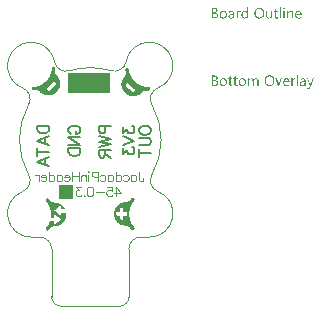
<source format=gbo>
G04*
G04 #@! TF.GenerationSoftware,Altium Limited,Altium Designer,21.3.2 (30)*
G04*
G04 Layer_Color=32896*
%FSAX25Y25*%
%MOIN*%
G70*
G04*
G04 #@! TF.SameCoordinates,922420EC-F797-4737-9FA0-C8A043E9FC0D*
G04*
G04*
G04 #@! TF.FilePolarity,Positive*
G04*
G01*
G75*
%ADD12C,0.00197*%
%ADD48C,0.00591*%
%ADD49C,0.00394*%
%ADD50R,0.13989X0.06853*%
%ADD51R,0.04881X0.05022*%
G36*
X0064623Y0044275D02*
X0064650Y0044268D01*
X0064678Y0044259D01*
X0064709Y0044244D01*
X0064740Y0044225D01*
X0064771Y0044201D01*
X0064774Y0044197D01*
X0064783Y0044188D01*
X0064796Y0044173D01*
X0064811Y0044151D01*
X0064824Y0044123D01*
X0064836Y0044092D01*
X0064845Y0044055D01*
X0064848Y0044015D01*
Y0044009D01*
Y0043997D01*
X0064845Y0043978D01*
X0064839Y0043950D01*
X0064830Y0043922D01*
X0064814Y0043891D01*
X0064796Y0043861D01*
X0064771Y0043830D01*
X0064768Y0043827D01*
X0064759Y0043817D01*
X0064740Y0043805D01*
X0064719Y0043793D01*
X0064691Y0043780D01*
X0064660Y0043768D01*
X0064626Y0043759D01*
X0064586Y0043755D01*
X0064567D01*
X0064549Y0043759D01*
X0064521Y0043765D01*
X0064493Y0043774D01*
X0064462Y0043786D01*
X0064431Y0043802D01*
X0064400Y0043827D01*
X0064397Y0043830D01*
X0064388Y0043839D01*
X0064376Y0043857D01*
X0064363Y0043879D01*
X0064351Y0043904D01*
X0064338Y0043938D01*
X0064329Y0043975D01*
X0064326Y0044015D01*
Y0044021D01*
Y0044034D01*
X0064329Y0044055D01*
X0064335Y0044080D01*
X0064345Y0044111D01*
X0064357Y0044142D01*
X0064376Y0044173D01*
X0064400Y0044201D01*
X0064403Y0044203D01*
X0064413Y0044213D01*
X0064431Y0044225D01*
X0064453Y0044241D01*
X0064481Y0044253D01*
X0064512Y0044265D01*
X0064546Y0044275D01*
X0064586Y0044278D01*
X0064604D01*
X0064623Y0044275D01*
D02*
G37*
G36*
X0052655Y0040610D02*
X0052254D01*
Y0041033D01*
X0052244D01*
X0052241Y0041027D01*
X0052232Y0041012D01*
X0052213Y0040990D01*
X0052192Y0040959D01*
X0052161Y0040922D01*
X0052127Y0040882D01*
X0052083Y0040839D01*
X0052031Y0040792D01*
X0051975Y0040746D01*
X0051911Y0040703D01*
X0051839Y0040662D01*
X0051762Y0040625D01*
X0051679Y0040594D01*
X0051586Y0040573D01*
X0051487Y0040557D01*
X0051382Y0040551D01*
X0051360D01*
X0051336Y0040554D01*
X0051305Y0040557D01*
X0051265Y0040560D01*
X0051218Y0040570D01*
X0051166Y0040579D01*
X0051110Y0040594D01*
X0051051Y0040610D01*
X0050990Y0040635D01*
X0050928Y0040659D01*
X0050863Y0040693D01*
X0050801Y0040730D01*
X0050739Y0040777D01*
X0050681Y0040829D01*
X0050625Y0040888D01*
X0050622Y0040891D01*
X0050613Y0040903D01*
X0050600Y0040922D01*
X0050582Y0040950D01*
X0050560Y0040984D01*
X0050535Y0041024D01*
X0050511Y0041073D01*
X0050486Y0041129D01*
X0050458Y0041191D01*
X0050433Y0041259D01*
X0050409Y0041336D01*
X0050387Y0041416D01*
X0050369Y0041503D01*
X0050356Y0041599D01*
X0050347Y0041698D01*
X0050344Y0041803D01*
Y0041806D01*
Y0041809D01*
Y0041818D01*
Y0041830D01*
X0050347Y0041861D01*
X0050350Y0041905D01*
X0050353Y0041960D01*
X0050359Y0042019D01*
X0050369Y0042087D01*
X0050384Y0042161D01*
X0050400Y0042238D01*
X0050421Y0042322D01*
X0050446Y0042402D01*
X0050477Y0042489D01*
X0050511Y0042569D01*
X0050554Y0042649D01*
X0050600Y0042726D01*
X0050656Y0042801D01*
X0050659Y0042804D01*
X0050671Y0042816D01*
X0050690Y0042835D01*
X0050715Y0042859D01*
X0050745Y0042887D01*
X0050783Y0042921D01*
X0050829Y0042955D01*
X0050878Y0042989D01*
X0050937Y0043023D01*
X0050999Y0043057D01*
X0051067Y0043091D01*
X0051141Y0043119D01*
X0051221Y0043144D01*
X0051308Y0043162D01*
X0051398Y0043175D01*
X0051493Y0043178D01*
X0051515D01*
X0051543Y0043175D01*
X0051577Y0043172D01*
X0051620Y0043165D01*
X0051669Y0043156D01*
X0051722Y0043144D01*
X0051781Y0043128D01*
X0051842Y0043107D01*
X0051904Y0043079D01*
X0051966Y0043045D01*
X0052028Y0043005D01*
X0052087Y0042958D01*
X0052145Y0042906D01*
X0052198Y0042841D01*
X0052244Y0042770D01*
X0052254D01*
Y0044324D01*
X0052655D01*
Y0040610D01*
D02*
G37*
G36*
X0066869Y0043175D02*
X0066897D01*
X0066931Y0043168D01*
X0066971Y0043162D01*
X0067014Y0043156D01*
X0067061Y0043144D01*
X0067110Y0043131D01*
X0067163Y0043113D01*
X0067215Y0043091D01*
X0067268Y0043063D01*
X0067317Y0043032D01*
X0067367Y0042998D01*
X0067413Y0042955D01*
X0067456Y0042909D01*
X0067459Y0042906D01*
X0067466Y0042897D01*
X0067478Y0042881D01*
X0067490Y0042859D01*
X0067506Y0042832D01*
X0067524Y0042798D01*
X0067546Y0042757D01*
X0067567Y0042714D01*
X0067586Y0042662D01*
X0067608Y0042606D01*
X0067626Y0042541D01*
X0067642Y0042473D01*
X0067654Y0042399D01*
X0067666Y0042319D01*
X0067673Y0042235D01*
X0067676Y0042143D01*
Y0040610D01*
X0067274D01*
Y0042041D01*
Y0042044D01*
Y0042050D01*
Y0042059D01*
Y0042074D01*
X0067271Y0042093D01*
Y0042115D01*
X0067265Y0042164D01*
X0067255Y0042226D01*
X0067243Y0042294D01*
X0067225Y0042365D01*
X0067200Y0042439D01*
X0067169Y0042513D01*
X0067132Y0042584D01*
X0067085Y0042652D01*
X0067027Y0042714D01*
X0066962Y0042764D01*
X0066925Y0042785D01*
X0066882Y0042804D01*
X0066838Y0042819D01*
X0066792Y0042829D01*
X0066742Y0042835D01*
X0066690Y0042838D01*
X0066662D01*
X0066641Y0042835D01*
X0066616Y0042832D01*
X0066585Y0042825D01*
X0066551Y0042819D01*
X0066517Y0042810D01*
X0066477Y0042798D01*
X0066437Y0042782D01*
X0066396Y0042764D01*
X0066353Y0042742D01*
X0066313Y0042714D01*
X0066270Y0042683D01*
X0066229Y0042649D01*
X0066192Y0042609D01*
X0066189Y0042606D01*
X0066183Y0042600D01*
X0066174Y0042588D01*
X0066162Y0042569D01*
X0066146Y0042547D01*
X0066131Y0042520D01*
X0066112Y0042489D01*
X0066094Y0042455D01*
X0066075Y0042414D01*
X0066057Y0042371D01*
X0066041Y0042325D01*
X0066026Y0042275D01*
X0066013Y0042220D01*
X0066004Y0042164D01*
X0065998Y0042102D01*
X0065995Y0042041D01*
Y0040610D01*
X0065593D01*
Y0043119D01*
X0065995D01*
Y0042702D01*
X0066004D01*
X0066007Y0042708D01*
X0066016Y0042723D01*
X0066035Y0042745D01*
X0066057Y0042776D01*
X0066087Y0042813D01*
X0066121Y0042853D01*
X0066165Y0042897D01*
X0066214Y0042940D01*
X0066270Y0042983D01*
X0066331Y0043026D01*
X0066400Y0043066D01*
X0066471Y0043104D01*
X0066551Y0043134D01*
X0066637Y0043156D01*
X0066730Y0043172D01*
X0066829Y0043178D01*
X0066847D01*
X0066869Y0043175D01*
D02*
G37*
G36*
X0049893Y0043159D02*
X0049927D01*
X0049964Y0043153D01*
X0050004Y0043147D01*
X0050044Y0043141D01*
X0050078Y0043128D01*
Y0042711D01*
X0050072Y0042714D01*
X0050060Y0042723D01*
X0050035Y0042736D01*
X0050001Y0042751D01*
X0049955Y0042767D01*
X0049905Y0042779D01*
X0049843Y0042788D01*
X0049772Y0042791D01*
X0049747D01*
X0049729Y0042788D01*
X0049707Y0042785D01*
X0049683Y0042779D01*
X0049624Y0042761D01*
X0049590Y0042748D01*
X0049556Y0042733D01*
X0049519Y0042711D01*
X0049482Y0042689D01*
X0049448Y0042662D01*
X0049411Y0042628D01*
X0049377Y0042591D01*
X0049343Y0042547D01*
X0049340Y0042544D01*
X0049336Y0042535D01*
X0049327Y0042523D01*
X0049315Y0042504D01*
X0049303Y0042479D01*
X0049287Y0042448D01*
X0049272Y0042414D01*
X0049256Y0042374D01*
X0049241Y0042331D01*
X0049225Y0042282D01*
X0049210Y0042226D01*
X0049197Y0042167D01*
X0049185Y0042102D01*
X0049176Y0042034D01*
X0049173Y0041963D01*
X0049170Y0041886D01*
Y0040610D01*
X0048768D01*
Y0043119D01*
X0049170D01*
Y0042600D01*
X0049179D01*
Y0042603D01*
X0049182Y0042612D01*
X0049188Y0042625D01*
X0049194Y0042643D01*
X0049204Y0042665D01*
X0049216Y0042693D01*
X0049244Y0042751D01*
X0049281Y0042819D01*
X0049327Y0042887D01*
X0049380Y0042952D01*
X0049442Y0043014D01*
X0049445Y0043017D01*
X0049451Y0043020D01*
X0049460Y0043026D01*
X0049472Y0043039D01*
X0049488Y0043048D01*
X0049510Y0043060D01*
X0049556Y0043088D01*
X0049615Y0043116D01*
X0049683Y0043141D01*
X0049757Y0043156D01*
X0049797Y0043159D01*
X0049837Y0043162D01*
X0049862D01*
X0049893Y0043159D01*
D02*
G37*
G36*
X0060655Y0040610D02*
X0060254D01*
Y0041005D01*
X0060244D01*
X0060241Y0040999D01*
X0060232Y0040987D01*
X0060216Y0040962D01*
X0060198Y0040934D01*
X0060170Y0040900D01*
X0060136Y0040863D01*
X0060099Y0040820D01*
X0060053Y0040780D01*
X0060003Y0040737D01*
X0059944Y0040696D01*
X0059883Y0040656D01*
X0059812Y0040622D01*
X0059734Y0040594D01*
X0059654Y0040570D01*
X0059564Y0040557D01*
X0059469Y0040551D01*
X0059447D01*
X0059431Y0040554D01*
X0059410D01*
X0059385Y0040557D01*
X0059357Y0040563D01*
X0059330Y0040567D01*
X0059262Y0040585D01*
X0059184Y0040607D01*
X0059104Y0040641D01*
X0059064Y0040662D01*
X0059021Y0040684D01*
X0058977Y0040712D01*
X0058937Y0040740D01*
X0058897Y0040774D01*
X0058857Y0040811D01*
X0058817Y0040854D01*
X0058780Y0040897D01*
X0058746Y0040947D01*
X0058712Y0041002D01*
X0058684Y0041061D01*
X0058656Y0041123D01*
X0058631Y0041191D01*
X0058610Y0041265D01*
X0058594Y0041345D01*
X0058582Y0041429D01*
X0058576Y0041521D01*
X0058573Y0041617D01*
Y0043119D01*
X0058971D01*
Y0041682D01*
Y0041679D01*
Y0041673D01*
Y0041664D01*
Y0041648D01*
X0058974Y0041630D01*
Y0041608D01*
X0058980Y0041559D01*
X0058990Y0041497D01*
X0059002Y0041432D01*
X0059024Y0041358D01*
X0059048Y0041287D01*
X0059079Y0041212D01*
X0059119Y0041138D01*
X0059169Y0041073D01*
X0059228Y0041012D01*
X0059299Y0040962D01*
X0059336Y0040940D01*
X0059379Y0040922D01*
X0059425Y0040907D01*
X0059472Y0040897D01*
X0059524Y0040891D01*
X0059580Y0040888D01*
X0059608D01*
X0059629Y0040891D01*
X0059654Y0040894D01*
X0059682Y0040900D01*
X0059716Y0040907D01*
X0059750Y0040916D01*
X0059787Y0040925D01*
X0059827Y0040940D01*
X0059867Y0040959D01*
X0059907Y0040981D01*
X0059948Y0041005D01*
X0059988Y0041033D01*
X0060025Y0041067D01*
X0060062Y0041104D01*
X0060065Y0041107D01*
X0060071Y0041113D01*
X0060080Y0041126D01*
X0060093Y0041144D01*
X0060105Y0041166D01*
X0060124Y0041191D01*
X0060139Y0041222D01*
X0060158Y0041256D01*
X0060176Y0041296D01*
X0060192Y0041339D01*
X0060210Y0041385D01*
X0060223Y0041435D01*
X0060235Y0041491D01*
X0060244Y0041546D01*
X0060250Y0041608D01*
X0060254Y0041673D01*
Y0043119D01*
X0060655D01*
Y0040610D01*
D02*
G37*
G36*
X0064780D02*
X0064379D01*
Y0043119D01*
X0064780D01*
Y0040610D01*
D02*
G37*
G36*
X0063566D02*
X0063164D01*
Y0044324D01*
X0063566D01*
Y0040610D01*
D02*
G37*
G36*
X0047164Y0043175D02*
X0047186D01*
X0047207Y0043172D01*
X0047235Y0043168D01*
X0047266Y0043162D01*
X0047331Y0043150D01*
X0047408Y0043128D01*
X0047486Y0043100D01*
X0047569Y0043060D01*
X0047652Y0043011D01*
X0047693Y0042983D01*
X0047733Y0042949D01*
X0047770Y0042912D01*
X0047807Y0042875D01*
X0047841Y0042832D01*
X0047872Y0042782D01*
X0047903Y0042733D01*
X0047930Y0042677D01*
X0047952Y0042615D01*
X0047974Y0042550D01*
X0047989Y0042482D01*
X0048002Y0042405D01*
X0048008Y0042328D01*
X0048011Y0042241D01*
Y0040610D01*
X0047609D01*
Y0040999D01*
X0047600D01*
X0047597Y0040993D01*
X0047588Y0040981D01*
X0047572Y0040959D01*
X0047550Y0040928D01*
X0047523Y0040894D01*
X0047489Y0040857D01*
X0047452Y0040817D01*
X0047405Y0040777D01*
X0047353Y0040734D01*
X0047297Y0040693D01*
X0047232Y0040656D01*
X0047164Y0040622D01*
X0047087Y0040591D01*
X0047007Y0040570D01*
X0046920Y0040557D01*
X0046827Y0040551D01*
X0046790D01*
X0046766Y0040554D01*
X0046735Y0040557D01*
X0046698Y0040560D01*
X0046657Y0040567D01*
X0046614Y0040576D01*
X0046518Y0040601D01*
X0046472Y0040616D01*
X0046423Y0040635D01*
X0046373Y0040656D01*
X0046327Y0040684D01*
X0046284Y0040715D01*
X0046240Y0040749D01*
X0046237Y0040752D01*
X0046231Y0040758D01*
X0046222Y0040771D01*
X0046206Y0040786D01*
X0046191Y0040804D01*
X0046175Y0040829D01*
X0046154Y0040857D01*
X0046135Y0040888D01*
X0046117Y0040925D01*
X0046098Y0040965D01*
X0046080Y0041008D01*
X0046064Y0041055D01*
X0046049Y0041104D01*
X0046040Y0041157D01*
X0046033Y0041216D01*
X0046030Y0041274D01*
Y0041277D01*
Y0041284D01*
Y0041293D01*
X0046033Y0041305D01*
Y0041321D01*
X0046036Y0041339D01*
X0046043Y0041385D01*
X0046055Y0041441D01*
X0046073Y0041503D01*
X0046098Y0041571D01*
X0046135Y0041642D01*
X0046178Y0041713D01*
X0046231Y0041784D01*
X0046265Y0041818D01*
X0046299Y0041852D01*
X0046339Y0041886D01*
X0046379Y0041917D01*
X0046426Y0041948D01*
X0046475Y0041976D01*
X0046528Y0042000D01*
X0046586Y0042025D01*
X0046648Y0042047D01*
X0046713Y0042065D01*
X0046784Y0042081D01*
X0046858Y0042093D01*
X0047609Y0042198D01*
Y0042201D01*
Y0042204D01*
Y0042214D01*
Y0042226D01*
X0047606Y0042257D01*
X0047600Y0042297D01*
X0047594Y0042346D01*
X0047581Y0042402D01*
X0047566Y0042458D01*
X0047544Y0042520D01*
X0047517Y0042578D01*
X0047482Y0042637D01*
X0047442Y0042689D01*
X0047393Y0042739D01*
X0047331Y0042779D01*
X0047263Y0042810D01*
X0047226Y0042822D01*
X0047183Y0042832D01*
X0047139Y0042835D01*
X0047093Y0042838D01*
X0047071D01*
X0047050Y0042835D01*
X0047016Y0042832D01*
X0046976Y0042829D01*
X0046929Y0042822D01*
X0046877Y0042813D01*
X0046821Y0042801D01*
X0046759Y0042782D01*
X0046694Y0042764D01*
X0046627Y0042739D01*
X0046556Y0042708D01*
X0046484Y0042671D01*
X0046413Y0042631D01*
X0046342Y0042584D01*
X0046274Y0042529D01*
Y0042940D01*
X0046277Y0042943D01*
X0046290Y0042949D01*
X0046311Y0042961D01*
X0046339Y0042977D01*
X0046376Y0042995D01*
X0046416Y0043014D01*
X0046466Y0043036D01*
X0046521Y0043060D01*
X0046580Y0043082D01*
X0046645Y0043104D01*
X0046716Y0043122D01*
X0046790Y0043141D01*
X0046871Y0043156D01*
X0046951Y0043168D01*
X0047038Y0043175D01*
X0047127Y0043178D01*
X0047149D01*
X0047164Y0043175D01*
D02*
G37*
G36*
X0041528Y0044120D02*
X0041565Y0044117D01*
X0041608Y0044111D01*
X0041658Y0044105D01*
X0041714Y0044095D01*
X0041769Y0044083D01*
X0041828Y0044068D01*
X0041890Y0044049D01*
X0041948Y0044027D01*
X0042010Y0044003D01*
X0042066Y0043972D01*
X0042121Y0043938D01*
X0042174Y0043898D01*
X0042177Y0043894D01*
X0042186Y0043888D01*
X0042199Y0043876D01*
X0042214Y0043857D01*
X0042236Y0043836D01*
X0042257Y0043808D01*
X0042282Y0043777D01*
X0042307Y0043743D01*
X0042331Y0043703D01*
X0042356Y0043660D01*
X0042378Y0043610D01*
X0042399Y0043561D01*
X0042415Y0043505D01*
X0042427Y0043446D01*
X0042437Y0043385D01*
X0042440Y0043320D01*
Y0043317D01*
Y0043307D01*
Y0043292D01*
X0042437Y0043270D01*
X0042433Y0043242D01*
X0042430Y0043215D01*
X0042427Y0043181D01*
X0042421Y0043144D01*
X0042399Y0043060D01*
X0042372Y0042974D01*
X0042353Y0042927D01*
X0042331Y0042884D01*
X0042307Y0042841D01*
X0042279Y0042798D01*
X0042276Y0042794D01*
X0042273Y0042788D01*
X0042263Y0042776D01*
X0042248Y0042761D01*
X0042233Y0042745D01*
X0042214Y0042723D01*
X0042189Y0042702D01*
X0042165Y0042677D01*
X0042134Y0042652D01*
X0042100Y0042625D01*
X0042063Y0042600D01*
X0042022Y0042572D01*
X0041979Y0042547D01*
X0041936Y0042526D01*
X0041834Y0042485D01*
Y0042476D01*
X0041837D01*
X0041849Y0042473D01*
X0041868Y0042470D01*
X0041893Y0042467D01*
X0041924Y0042461D01*
X0041958Y0042452D01*
X0041998Y0042439D01*
X0042038Y0042427D01*
X0042127Y0042393D01*
X0042177Y0042371D01*
X0042223Y0042343D01*
X0042270Y0042316D01*
X0042316Y0042285D01*
X0042362Y0042248D01*
X0042402Y0042207D01*
X0042406Y0042204D01*
X0042412Y0042198D01*
X0042421Y0042186D01*
X0042437Y0042167D01*
X0042452Y0042143D01*
X0042470Y0042118D01*
X0042489Y0042084D01*
X0042511Y0042050D01*
X0042529Y0042010D01*
X0042548Y0041963D01*
X0042566Y0041917D01*
X0042582Y0041864D01*
X0042597Y0041806D01*
X0042606Y0041747D01*
X0042613Y0041685D01*
X0042616Y0041617D01*
Y0041611D01*
Y0041599D01*
X0042613Y0041574D01*
X0042610Y0041543D01*
X0042606Y0041503D01*
X0042597Y0041460D01*
X0042588Y0041410D01*
X0042576Y0041358D01*
X0042557Y0041299D01*
X0042535Y0041240D01*
X0042511Y0041181D01*
X0042480Y0041120D01*
X0042443Y0041058D01*
X0042399Y0040999D01*
X0042350Y0040944D01*
X0042291Y0040888D01*
X0042288Y0040885D01*
X0042276Y0040876D01*
X0042257Y0040863D01*
X0042233Y0040845D01*
X0042202Y0040823D01*
X0042162Y0040801D01*
X0042118Y0040774D01*
X0042069Y0040749D01*
X0042010Y0040724D01*
X0041948Y0040699D01*
X0041883Y0040675D01*
X0041809Y0040653D01*
X0041732Y0040635D01*
X0041652Y0040622D01*
X0041565Y0040613D01*
X0041475Y0040610D01*
X0040453D01*
Y0044123D01*
X0041494D01*
X0041528Y0044120D01*
D02*
G37*
G36*
X0061996Y0043119D02*
X0062630D01*
Y0042773D01*
X0061996D01*
Y0041361D01*
Y0041358D01*
Y0041348D01*
Y0041336D01*
Y0041321D01*
X0061999Y0041299D01*
X0062002Y0041274D01*
X0062009Y0041222D01*
X0062018Y0041160D01*
X0062033Y0041101D01*
X0062055Y0041046D01*
X0062067Y0041021D01*
X0062083Y0040999D01*
X0062086Y0040996D01*
X0062098Y0040984D01*
X0062120Y0040965D01*
X0062151Y0040947D01*
X0062191Y0040925D01*
X0062240Y0040910D01*
X0062299Y0040897D01*
X0062367Y0040891D01*
X0062392D01*
X0062420Y0040894D01*
X0062457Y0040900D01*
X0062497Y0040913D01*
X0062543Y0040925D01*
X0062586Y0040947D01*
X0062630Y0040975D01*
Y0040631D01*
X0062627D01*
X0062624Y0040628D01*
X0062614Y0040625D01*
X0062605Y0040619D01*
X0062571Y0040607D01*
X0062531Y0040594D01*
X0062475Y0040582D01*
X0062410Y0040570D01*
X0062336Y0040560D01*
X0062253Y0040557D01*
X0062225D01*
X0062191Y0040563D01*
X0062151Y0040570D01*
X0062101Y0040579D01*
X0062046Y0040598D01*
X0061984Y0040619D01*
X0061925Y0040650D01*
X0061863Y0040687D01*
X0061802Y0040737D01*
X0061746Y0040795D01*
X0061721Y0040829D01*
X0061696Y0040866D01*
X0061675Y0040907D01*
X0061656Y0040950D01*
X0061638Y0040996D01*
X0061622Y0041049D01*
X0061610Y0041101D01*
X0061601Y0041160D01*
X0061598Y0041222D01*
X0061594Y0041290D01*
Y0042773D01*
X0061165D01*
Y0043119D01*
X0061594D01*
Y0043731D01*
X0061996Y0043861D01*
Y0043119D01*
D02*
G37*
G36*
X0069465Y0043175D02*
X0069499Y0043172D01*
X0069542Y0043168D01*
X0069588Y0043162D01*
X0069641Y0043150D01*
X0069696Y0043137D01*
X0069758Y0043122D01*
X0069820Y0043100D01*
X0069882Y0043073D01*
X0069947Y0043042D01*
X0070009Y0043005D01*
X0070067Y0042961D01*
X0070126Y0042912D01*
X0070179Y0042856D01*
X0070182Y0042853D01*
X0070191Y0042841D01*
X0070203Y0042822D01*
X0070222Y0042798D01*
X0070240Y0042767D01*
X0070265Y0042726D01*
X0070290Y0042680D01*
X0070315Y0042628D01*
X0070339Y0042566D01*
X0070364Y0042501D01*
X0070389Y0042427D01*
X0070407Y0042349D01*
X0070426Y0042263D01*
X0070438Y0042173D01*
X0070447Y0042074D01*
X0070451Y0041973D01*
Y0041762D01*
X0068677D01*
Y0041756D01*
Y0041744D01*
X0068680Y0041722D01*
X0068683Y0041695D01*
X0068686Y0041657D01*
X0068692Y0041617D01*
X0068698Y0041574D01*
X0068711Y0041524D01*
X0068739Y0041420D01*
X0068757Y0041367D01*
X0068779Y0041311D01*
X0068804Y0041259D01*
X0068831Y0041206D01*
X0068865Y0041160D01*
X0068902Y0041113D01*
X0068906Y0041110D01*
X0068912Y0041104D01*
X0068924Y0041092D01*
X0068943Y0041080D01*
X0068964Y0041061D01*
X0068992Y0041043D01*
X0069023Y0041021D01*
X0069057Y0041002D01*
X0069097Y0040981D01*
X0069143Y0040959D01*
X0069190Y0040940D01*
X0069245Y0040922D01*
X0069301Y0040910D01*
X0069363Y0040897D01*
X0069428Y0040891D01*
X0069496Y0040888D01*
X0069514D01*
X0069536Y0040891D01*
X0069567D01*
X0069604Y0040897D01*
X0069647Y0040903D01*
X0069696Y0040913D01*
X0069752Y0040922D01*
X0069811Y0040937D01*
X0069873Y0040956D01*
X0069937Y0040978D01*
X0070002Y0041005D01*
X0070070Y0041036D01*
X0070138Y0041073D01*
X0070206Y0041117D01*
X0070274Y0041166D01*
Y0040789D01*
X0070271Y0040786D01*
X0070259Y0040780D01*
X0070240Y0040767D01*
X0070216Y0040752D01*
X0070182Y0040734D01*
X0070142Y0040715D01*
X0070095Y0040693D01*
X0070043Y0040672D01*
X0069981Y0040647D01*
X0069916Y0040625D01*
X0069845Y0040607D01*
X0069768Y0040588D01*
X0069684Y0040573D01*
X0069595Y0040560D01*
X0069499Y0040554D01*
X0069400Y0040551D01*
X0069375D01*
X0069350Y0040554D01*
X0069313Y0040557D01*
X0069267Y0040560D01*
X0069214Y0040570D01*
X0069159Y0040579D01*
X0069097Y0040594D01*
X0069032Y0040613D01*
X0068964Y0040635D01*
X0068893Y0040662D01*
X0068825Y0040693D01*
X0068754Y0040734D01*
X0068689Y0040780D01*
X0068624Y0040832D01*
X0068566Y0040891D01*
X0068563Y0040894D01*
X0068553Y0040907D01*
X0068538Y0040928D01*
X0068519Y0040956D01*
X0068494Y0040990D01*
X0068470Y0041033D01*
X0068442Y0041083D01*
X0068414Y0041141D01*
X0068386Y0041203D01*
X0068358Y0041277D01*
X0068334Y0041355D01*
X0068309Y0041441D01*
X0068291Y0041534D01*
X0068275Y0041633D01*
X0068266Y0041741D01*
X0068263Y0041852D01*
Y0041855D01*
Y0041858D01*
Y0041868D01*
Y0041877D01*
X0068266Y0041908D01*
X0068269Y0041951D01*
X0068272Y0042000D01*
X0068281Y0042056D01*
X0068291Y0042121D01*
X0068303Y0042192D01*
X0068322Y0042266D01*
X0068343Y0042343D01*
X0068371Y0042424D01*
X0068402Y0042504D01*
X0068439Y0042581D01*
X0068485Y0042662D01*
X0068535Y0042736D01*
X0068593Y0042807D01*
X0068597Y0042810D01*
X0068609Y0042822D01*
X0068627Y0042841D01*
X0068652Y0042866D01*
X0068686Y0042893D01*
X0068726Y0042924D01*
X0068770Y0042958D01*
X0068822Y0042992D01*
X0068878Y0043026D01*
X0068943Y0043060D01*
X0069011Y0043091D01*
X0069082Y0043119D01*
X0069159Y0043144D01*
X0069242Y0043162D01*
X0069329Y0043175D01*
X0069418Y0043178D01*
X0069440D01*
X0069465Y0043175D01*
D02*
G37*
G36*
X0056422Y0044179D02*
X0056444D01*
X0056465Y0044176D01*
X0056493D01*
X0056555Y0044166D01*
X0056626Y0044157D01*
X0056706Y0044142D01*
X0056793Y0044120D01*
X0056882Y0044095D01*
X0056978Y0044061D01*
X0057074Y0044021D01*
X0057173Y0043975D01*
X0057272Y0043919D01*
X0057364Y0043854D01*
X0057457Y0043777D01*
X0057543Y0043691D01*
X0057550Y0043684D01*
X0057562Y0043669D01*
X0057584Y0043641D01*
X0057615Y0043601D01*
X0057645Y0043551D01*
X0057686Y0043493D01*
X0057726Y0043425D01*
X0057766Y0043348D01*
X0057806Y0043258D01*
X0057846Y0043162D01*
X0057886Y0043057D01*
X0057920Y0042943D01*
X0057948Y0042819D01*
X0057970Y0042689D01*
X0057982Y0042553D01*
X0057989Y0042408D01*
Y0042405D01*
Y0042399D01*
Y0042387D01*
Y0042371D01*
X0057985Y0042349D01*
Y0042325D01*
X0057982Y0042297D01*
Y0042266D01*
X0057979Y0042232D01*
X0057976Y0042195D01*
X0057964Y0042112D01*
X0057951Y0042016D01*
X0057933Y0041917D01*
X0057908Y0041809D01*
X0057877Y0041698D01*
X0057840Y0041586D01*
X0057797Y0041472D01*
X0057744Y0041361D01*
X0057683Y0041249D01*
X0057612Y0041148D01*
X0057531Y0041049D01*
X0057525Y0041043D01*
X0057510Y0041027D01*
X0057485Y0041002D01*
X0057448Y0040971D01*
X0057401Y0040934D01*
X0057346Y0040891D01*
X0057284Y0040848D01*
X0057210Y0040801D01*
X0057126Y0040755D01*
X0057034Y0040709D01*
X0056935Y0040666D01*
X0056827Y0040628D01*
X0056709Y0040598D01*
X0056586Y0040573D01*
X0056453Y0040557D01*
X0056314Y0040551D01*
X0056280D01*
X0056264Y0040554D01*
X0056243D01*
X0056218Y0040557D01*
X0056190Y0040560D01*
X0056125Y0040567D01*
X0056054Y0040576D01*
X0055971Y0040591D01*
X0055884Y0040613D01*
X0055788Y0040638D01*
X0055693Y0040672D01*
X0055594Y0040712D01*
X0055492Y0040758D01*
X0055393Y0040814D01*
X0055297Y0040882D01*
X0055201Y0040956D01*
X0055115Y0041043D01*
X0055109Y0041049D01*
X0055096Y0041064D01*
X0055075Y0041092D01*
X0055044Y0041132D01*
X0055010Y0041181D01*
X0054973Y0041240D01*
X0054932Y0041308D01*
X0054892Y0041388D01*
X0054849Y0041475D01*
X0054809Y0041571D01*
X0054772Y0041676D01*
X0054738Y0041790D01*
X0054707Y0041914D01*
X0054685Y0042044D01*
X0054673Y0042180D01*
X0054667Y0042325D01*
Y0042328D01*
Y0042334D01*
Y0042346D01*
Y0042362D01*
X0054670Y0042384D01*
Y0042405D01*
X0054673Y0042433D01*
Y0042464D01*
X0054676Y0042498D01*
X0054682Y0042538D01*
X0054691Y0042618D01*
X0054704Y0042711D01*
X0054725Y0042810D01*
X0054747Y0042918D01*
X0054778Y0043026D01*
X0054815Y0043137D01*
X0054858Y0043252D01*
X0054911Y0043363D01*
X0054973Y0043471D01*
X0055044Y0043576D01*
X0055124Y0043675D01*
X0055130Y0043681D01*
X0055146Y0043697D01*
X0055170Y0043722D01*
X0055208Y0043755D01*
X0055254Y0043793D01*
X0055313Y0043836D01*
X0055377Y0043882D01*
X0055452Y0043929D01*
X0055538Y0043975D01*
X0055631Y0044021D01*
X0055733Y0044065D01*
X0055844Y0044102D01*
X0055964Y0044136D01*
X0056091Y0044160D01*
X0056227Y0044176D01*
X0056372Y0044182D01*
X0056403D01*
X0056422Y0044179D01*
D02*
G37*
G36*
X0044436Y0043175D02*
X0044476Y0043172D01*
X0044522Y0043168D01*
X0044578Y0043159D01*
X0044637Y0043150D01*
X0044701Y0043134D01*
X0044773Y0043116D01*
X0044844Y0043094D01*
X0044915Y0043066D01*
X0044989Y0043032D01*
X0045060Y0042992D01*
X0045131Y0042946D01*
X0045196Y0042893D01*
X0045258Y0042832D01*
X0045261Y0042829D01*
X0045270Y0042816D01*
X0045285Y0042794D01*
X0045307Y0042767D01*
X0045332Y0042733D01*
X0045357Y0042689D01*
X0045388Y0042640D01*
X0045415Y0042581D01*
X0045446Y0042516D01*
X0045474Y0042445D01*
X0045499Y0042368D01*
X0045523Y0042282D01*
X0045545Y0042189D01*
X0045561Y0042090D01*
X0045570Y0041985D01*
X0045573Y0041874D01*
Y0041871D01*
Y0041868D01*
Y0041858D01*
Y0041846D01*
X0045570Y0041815D01*
X0045567Y0041775D01*
X0045564Y0041722D01*
X0045554Y0041664D01*
X0045545Y0041599D01*
X0045530Y0041528D01*
X0045511Y0041453D01*
X0045489Y0041373D01*
X0045462Y0041293D01*
X0045431Y0041212D01*
X0045391Y0041132D01*
X0045344Y0041055D01*
X0045292Y0040981D01*
X0045233Y0040910D01*
X0045230Y0040907D01*
X0045217Y0040894D01*
X0045199Y0040876D01*
X0045171Y0040854D01*
X0045137Y0040826D01*
X0045097Y0040795D01*
X0045048Y0040764D01*
X0044992Y0040730D01*
X0044930Y0040696D01*
X0044862Y0040666D01*
X0044788Y0040635D01*
X0044708Y0040607D01*
X0044618Y0040585D01*
X0044525Y0040567D01*
X0044430Y0040554D01*
X0044324Y0040551D01*
X0044300D01*
X0044272Y0040554D01*
X0044232Y0040557D01*
X0044186Y0040560D01*
X0044130Y0040570D01*
X0044071Y0040579D01*
X0044006Y0040594D01*
X0043935Y0040613D01*
X0043864Y0040638D01*
X0043790Y0040666D01*
X0043716Y0040699D01*
X0043642Y0040740D01*
X0043567Y0040786D01*
X0043499Y0040839D01*
X0043435Y0040900D01*
X0043431Y0040903D01*
X0043419Y0040916D01*
X0043404Y0040937D01*
X0043382Y0040965D01*
X0043357Y0040999D01*
X0043330Y0041043D01*
X0043302Y0041092D01*
X0043271Y0041151D01*
X0043240Y0041212D01*
X0043209Y0041284D01*
X0043181Y0041361D01*
X0043156Y0041444D01*
X0043135Y0041531D01*
X0043119Y0041627D01*
X0043107Y0041728D01*
X0043104Y0041833D01*
Y0041837D01*
Y0041840D01*
Y0041849D01*
Y0041861D01*
X0043107Y0041895D01*
X0043110Y0041939D01*
X0043113Y0041991D01*
X0043123Y0042053D01*
X0043132Y0042121D01*
X0043147Y0042195D01*
X0043166Y0042272D01*
X0043187Y0042353D01*
X0043215Y0042436D01*
X0043249Y0042520D01*
X0043289Y0042600D01*
X0043333Y0042677D01*
X0043385Y0042751D01*
X0043447Y0042822D01*
X0043450Y0042825D01*
X0043462Y0042838D01*
X0043484Y0042856D01*
X0043512Y0042878D01*
X0043546Y0042906D01*
X0043589Y0042934D01*
X0043639Y0042968D01*
X0043694Y0043001D01*
X0043756Y0043032D01*
X0043827Y0043066D01*
X0043904Y0043094D01*
X0043988Y0043122D01*
X0044077Y0043144D01*
X0044173Y0043162D01*
X0044275Y0043175D01*
X0044383Y0043178D01*
X0044408D01*
X0044436Y0043175D01*
D02*
G37*
G36*
X-0012170Y0024521D02*
X-0012108Y0024511D01*
X-0012047Y0024493D01*
X-0011988Y0024469D01*
X-0011933Y0024438D01*
X-0011881Y0024402D01*
X-0011834Y0024359D01*
X-0011791Y0024312D01*
X-0011755Y0024260D01*
X-0011724Y0024205D01*
X-0011700Y0024147D01*
X-0011682Y0024086D01*
X-0011672Y0024023D01*
X-0011668Y0023960D01*
X-0011671Y0023911D01*
X-0011671D01*
D01*
X-0011671Y0023911D01*
X-0011671Y0023911D01*
X-0011675Y0023855D01*
X-0011703Y0023603D01*
X-0011739Y0023354D01*
Y0023354D01*
X-0011739Y0023353D01*
X-0011739Y0023350D01*
X-0011739Y0023349D01*
X-0011750Y0023282D01*
X-0011761Y0023163D01*
X-0011764Y0023042D01*
X-0011761Y0022922D01*
X-0011750Y0022802D01*
X-0011731Y0022682D01*
X-0011706Y0022565D01*
X-0011674Y0022449D01*
X-0011635Y0022335D01*
X-0011588Y0022223D01*
X-0011536Y0022115D01*
X-0011477Y0022010D01*
X-0011411Y0021909D01*
X-0011340Y0021812D01*
X-0011263Y0021720D01*
X-0011192Y0021644D01*
X-0011192Y0021644D01*
X-0011097Y0021545D01*
X-0010984Y0021417D01*
X-0010878Y0021284D01*
X-0010777Y0021146D01*
X-0010682Y0021004D01*
X-0010593Y0020858D01*
X-0010511Y0020709D01*
X-0010436Y0020556D01*
X-0010367Y0020399D01*
X-0010305Y0020240D01*
X-0010250Y0020079D01*
X-0010203Y0019915D01*
X-0010162Y0019749D01*
X-0010129Y0019582D01*
X-0010103Y0019413D01*
X-0010084Y0019243D01*
X-0010073Y0019073D01*
X-0010069Y0018902D01*
X-0010073Y0018732D01*
X-0010084Y0018561D01*
X-0010103Y0018392D01*
X-0010129Y0018223D01*
X-0010162Y0018056D01*
X-0010203Y0017890D01*
X-0010250Y0017726D01*
X-0010305Y0017564D01*
X-0010367Y0017405D01*
X-0010436Y0017249D01*
X-0010511Y0017096D01*
X-0010593Y0016946D01*
X-0010682Y0016800D01*
X-0010777Y0016658D01*
X-0010878Y0016521D01*
X-0010984Y0016388D01*
X-0011097Y0016259D01*
X-0011215Y0016136D01*
X-0011338Y0016018D01*
X-0011467Y0015905D01*
X-0011600Y0015799D01*
X-0011738Y0015698D01*
X-0011879Y0015603D01*
X-0012025Y0015514D01*
X-0012175Y0015432D01*
X-0012328Y0015357D01*
X-0012484Y0015288D01*
X-0012643Y0015226D01*
X-0012805Y0015171D01*
X-0012969Y0015124D01*
X-0013135Y0015083D01*
X-0013302Y0015050D01*
X-0013471Y0015024D01*
X-0013640Y0015005D01*
X-0013811Y0014994D01*
X-0013981Y0014990D01*
X-0014152Y0014994D01*
X-0014322Y0015005D01*
X-0014492Y0015024D01*
X-0014661Y0015050D01*
X-0014828Y0015083D01*
X-0014994Y0015124D01*
X-0015158Y0015171D01*
X-0015319Y0015226D01*
X-0015478Y0015288D01*
X-0015634Y0015357D01*
X-0015788Y0015432D01*
X-0015937Y0015514D01*
X-0016083Y0015603D01*
X-0016225Y0015698D01*
X-0016363Y0015799D01*
X-0016496Y0015905D01*
X-0016624Y0016018D01*
X-0016726Y0016115D01*
X-0016726Y0016115D01*
X-0016802Y0016187D01*
X-0016895Y0016264D01*
X-0016992Y0016336D01*
X-0017093Y0016401D01*
X-0017198Y0016461D01*
X-0017306Y0016513D01*
X-0017418Y0016559D01*
X-0017532Y0016599D01*
X-0017648Y0016631D01*
X-0017765Y0016656D01*
X-0017885Y0016674D01*
X-0018004Y0016685D01*
X-0018125Y0016689D01*
X-0018245Y0016685D01*
X-0018365Y0016674D01*
X-0018430Y0016665D01*
X-0018431Y0016665D01*
X-0018435Y0016664D01*
X-0018435Y0016664D01*
X-0018677Y0016629D01*
X-0018928Y0016602D01*
X-0018984Y0016597D01*
X-0018984Y0016597D01*
X-0018984Y0016597D01*
X-0018984Y0016597D01*
X-0019033Y0016595D01*
X-0019096Y0016598D01*
X-0019159Y0016609D01*
X-0019219Y0016626D01*
X-0019277Y0016650D01*
X-0019333Y0016681D01*
X-0019384Y0016717D01*
X-0019431Y0016759D01*
X-0019473Y0016806D01*
X-0019510Y0016858D01*
X-0019540Y0016913D01*
X-0019564Y0016971D01*
X-0019582Y0017032D01*
X-0019592Y0017094D01*
X-0019596Y0017157D01*
X-0019592Y0017220D01*
X-0019582Y0017282D01*
X-0019564Y0017343D01*
X-0019540Y0017401D01*
X-0019510Y0017457D01*
X-0019473Y0017508D01*
X-0019431Y0017555D01*
X-0019384Y0017597D01*
X-0019333Y0017634D01*
X-0019277Y0017664D01*
X-0019219Y0017688D01*
X-0019159Y0017706D01*
X-0019096Y0017716D01*
X-0019082Y0017717D01*
X-0019082Y0017718D01*
X-0019082Y0017718D01*
X-0019007Y0017724D01*
X-0018782Y0017750D01*
X-0018559Y0017783D01*
X-0018336Y0017823D01*
X-0018115Y0017871D01*
X-0017895Y0017926D01*
X-0017678Y0017988D01*
X-0017462Y0018057D01*
X-0017249Y0018134D01*
X-0017039Y0018217D01*
X-0016831Y0018307D01*
X-0016626Y0018404D01*
X-0016425Y0018507D01*
X-0016227Y0018617D01*
X-0016033Y0018733D01*
X-0015843Y0018856D01*
X-0015657Y0018985D01*
X-0015475Y0019120D01*
X-0015298Y0019260D01*
X-0015125Y0019407D01*
X-0014958Y0019559D01*
X-0014795Y0019716D01*
X-0014638Y0019879D01*
X-0014486Y0020046D01*
X-0014339Y0020219D01*
X-0014199Y0020396D01*
X-0014064Y0020578D01*
X-0013935Y0020764D01*
X-0013812Y0020954D01*
X-0013696Y0021148D01*
X-0013586Y0021346D01*
X-0013483Y0021547D01*
X-0013386Y0021752D01*
X-0013296Y0021960D01*
X-0013213Y0022170D01*
X-0013137Y0022383D01*
X-0013067Y0022599D01*
X-0013005Y0022816D01*
X-0012950Y0023036D01*
X-0012902Y0023257D01*
X-0012862Y0023480D01*
X-0012829Y0023704D01*
X-0012803Y0023928D01*
X-0012796Y0024008D01*
X-0012796Y0024008D01*
X-0012796Y0024008D01*
X-0012795Y0024023D01*
X-0012784Y0024086D01*
X-0012767Y0024147D01*
X-0012742Y0024205D01*
X-0012712Y0024260D01*
X-0012675Y0024312D01*
X-0012633Y0024359D01*
X-0012585Y0024402D01*
X-0012534Y0024438D01*
X-0012478Y0024469D01*
X-0012420Y0024493D01*
X-0012359Y0024511D01*
X-0012297Y0024521D01*
X-0012233Y0024525D01*
X-0012170Y0024521D01*
D02*
G37*
G36*
X0055328Y0020674D02*
X0055347D01*
X0055368Y0020671D01*
X0055421Y0020662D01*
X0055483Y0020646D01*
X0055554Y0020625D01*
X0055628Y0020591D01*
X0055705Y0020551D01*
X0055745Y0020523D01*
X0055782Y0020495D01*
X0055819Y0020464D01*
X0055856Y0020427D01*
X0055893Y0020387D01*
X0055927Y0020344D01*
X0055958Y0020297D01*
X0055989Y0020245D01*
X0056017Y0020189D01*
X0056042Y0020127D01*
X0056063Y0020062D01*
X0056085Y0019991D01*
X0056097Y0019917D01*
X0056110Y0019834D01*
X0056116Y0019747D01*
X0056119Y0019655D01*
Y0018110D01*
X0055717D01*
Y0019549D01*
Y0019556D01*
Y0019568D01*
Y0019590D01*
X0055714Y0019617D01*
Y0019651D01*
X0055711Y0019692D01*
X0055708Y0019735D01*
X0055702Y0019781D01*
X0055686Y0019880D01*
X0055662Y0019979D01*
X0055649Y0020028D01*
X0055631Y0020072D01*
X0055609Y0020115D01*
X0055588Y0020152D01*
Y0020155D01*
X0055581Y0020161D01*
X0055575Y0020170D01*
X0055563Y0020180D01*
X0055550Y0020195D01*
X0055532Y0020211D01*
X0055510Y0020226D01*
X0055486Y0020245D01*
X0055458Y0020263D01*
X0055427Y0020279D01*
X0055390Y0020294D01*
X0055353Y0020310D01*
X0055309Y0020319D01*
X0055260Y0020328D01*
X0055211Y0020334D01*
X0055155Y0020337D01*
X0055130D01*
X0055112Y0020334D01*
X0055090Y0020331D01*
X0055065Y0020325D01*
X0055004Y0020310D01*
X0054970Y0020297D01*
X0054936Y0020279D01*
X0054899Y0020260D01*
X0054865Y0020238D01*
X0054827Y0020211D01*
X0054790Y0020180D01*
X0054753Y0020143D01*
X0054719Y0020102D01*
X0054716Y0020099D01*
X0054713Y0020093D01*
X0054704Y0020078D01*
X0054691Y0020062D01*
X0054679Y0020038D01*
X0054664Y0020010D01*
X0054645Y0019979D01*
X0054630Y0019945D01*
X0054614Y0019905D01*
X0054596Y0019861D01*
X0054580Y0019815D01*
X0054568Y0019766D01*
X0054555Y0019713D01*
X0054549Y0019658D01*
X0054543Y0019602D01*
X0054540Y0019540D01*
Y0018110D01*
X0054138D01*
Y0019599D01*
Y0019602D01*
Y0019608D01*
Y0019617D01*
Y0019630D01*
X0054135Y0019648D01*
Y0019667D01*
X0054129Y0019713D01*
X0054120Y0019769D01*
X0054107Y0019834D01*
X0054092Y0019899D01*
X0054067Y0019970D01*
X0054036Y0020038D01*
X0053999Y0020102D01*
X0053953Y0020167D01*
X0053897Y0020223D01*
X0053832Y0020269D01*
X0053795Y0020288D01*
X0053755Y0020306D01*
X0053712Y0020319D01*
X0053669Y0020328D01*
X0053619Y0020334D01*
X0053567Y0020337D01*
X0053542D01*
X0053523Y0020334D01*
X0053499Y0020331D01*
X0053474Y0020325D01*
X0053412Y0020310D01*
X0053378Y0020297D01*
X0053344Y0020282D01*
X0053307Y0020266D01*
X0053270Y0020245D01*
X0053233Y0020217D01*
X0053196Y0020189D01*
X0053162Y0020155D01*
X0053128Y0020115D01*
X0053125Y0020112D01*
X0053122Y0020106D01*
X0053113Y0020093D01*
X0053100Y0020075D01*
X0053088Y0020053D01*
X0053075Y0020028D01*
X0053060Y0019997D01*
X0053044Y0019960D01*
X0053026Y0019920D01*
X0053010Y0019877D01*
X0052998Y0019831D01*
X0052986Y0019781D01*
X0052973Y0019726D01*
X0052964Y0019667D01*
X0052961Y0019605D01*
X0052958Y0019540D01*
Y0018110D01*
X0052556D01*
Y0020619D01*
X0052958D01*
Y0020220D01*
X0052967D01*
X0052970Y0020226D01*
X0052980Y0020238D01*
X0052995Y0020263D01*
X0053017Y0020291D01*
X0053044Y0020325D01*
X0053079Y0020365D01*
X0053119Y0020405D01*
X0053165Y0020449D01*
X0053218Y0020492D01*
X0053276Y0020532D01*
X0053341Y0020572D01*
X0053409Y0020606D01*
X0053486Y0020634D01*
X0053570Y0020659D01*
X0053656Y0020671D01*
X0053749Y0020677D01*
X0053774D01*
X0053792Y0020674D01*
X0053814D01*
X0053842Y0020671D01*
X0053869Y0020665D01*
X0053900Y0020659D01*
X0053971Y0020643D01*
X0054046Y0020616D01*
X0054120Y0020582D01*
X0054157Y0020557D01*
X0054194Y0020532D01*
X0054197Y0020529D01*
X0054203Y0020526D01*
X0054212Y0020517D01*
X0054225Y0020507D01*
X0054259Y0020473D01*
X0054299Y0020433D01*
X0054342Y0020378D01*
X0054386Y0020313D01*
X0054426Y0020238D01*
X0054457Y0020155D01*
X0054460Y0020161D01*
X0054469Y0020177D01*
X0054488Y0020204D01*
X0054509Y0020235D01*
X0054540Y0020276D01*
X0054574Y0020322D01*
X0054617Y0020368D01*
X0054667Y0020418D01*
X0054722Y0020464D01*
X0054784Y0020514D01*
X0054852Y0020557D01*
X0054926Y0020597D01*
X0055010Y0020628D01*
X0055096Y0020656D01*
X0055192Y0020671D01*
X0055291Y0020677D01*
X0055313D01*
X0055328Y0020674D01*
D02*
G37*
G36*
X0068189Y0020659D02*
X0068223D01*
X0068260Y0020653D01*
X0068300Y0020646D01*
X0068340Y0020640D01*
X0068374Y0020628D01*
Y0020211D01*
X0068368Y0020214D01*
X0068355Y0020223D01*
X0068331Y0020235D01*
X0068297Y0020251D01*
X0068250Y0020266D01*
X0068201Y0020279D01*
X0068139Y0020288D01*
X0068068Y0020291D01*
X0068043D01*
X0068025Y0020288D01*
X0068003Y0020285D01*
X0067979Y0020279D01*
X0067920Y0020260D01*
X0067886Y0020248D01*
X0067852Y0020232D01*
X0067815Y0020211D01*
X0067778Y0020189D01*
X0067744Y0020161D01*
X0067707Y0020127D01*
X0067673Y0020090D01*
X0067639Y0020047D01*
X0067636Y0020044D01*
X0067632Y0020035D01*
X0067623Y0020022D01*
X0067611Y0020004D01*
X0067598Y0019979D01*
X0067583Y0019948D01*
X0067567Y0019914D01*
X0067552Y0019874D01*
X0067537Y0019831D01*
X0067521Y0019781D01*
X0067506Y0019726D01*
X0067493Y0019667D01*
X0067481Y0019602D01*
X0067472Y0019534D01*
X0067469Y0019463D01*
X0067466Y0019386D01*
Y0018110D01*
X0067064D01*
Y0020619D01*
X0067466D01*
Y0020099D01*
X0067475D01*
Y0020102D01*
X0067478Y0020112D01*
X0067484Y0020124D01*
X0067490Y0020143D01*
X0067500Y0020164D01*
X0067512Y0020192D01*
X0067540Y0020251D01*
X0067577Y0020319D01*
X0067623Y0020387D01*
X0067676Y0020452D01*
X0067738Y0020514D01*
X0067740Y0020517D01*
X0067747Y0020520D01*
X0067756Y0020526D01*
X0067768Y0020538D01*
X0067784Y0020548D01*
X0067805Y0020560D01*
X0067852Y0020588D01*
X0067910Y0020616D01*
X0067979Y0020640D01*
X0068053Y0020656D01*
X0068093Y0020659D01*
X0068133Y0020662D01*
X0068158D01*
X0068189Y0020659D01*
D02*
G37*
G36*
X0073420Y0017708D02*
Y0017705D01*
X0073417Y0017698D01*
X0073411Y0017689D01*
X0073405Y0017674D01*
X0073398Y0017655D01*
X0073389Y0017637D01*
X0073364Y0017587D01*
X0073330Y0017529D01*
X0073293Y0017461D01*
X0073247Y0017393D01*
X0073194Y0017319D01*
X0073136Y0017247D01*
X0073071Y0017176D01*
X0073000Y0017108D01*
X0072922Y0017050D01*
X0072839Y0017000D01*
X0072796Y0016982D01*
X0072749Y0016963D01*
X0072703Y0016948D01*
X0072654Y0016938D01*
X0072604Y0016932D01*
X0072552Y0016929D01*
X0072527D01*
X0072496Y0016932D01*
X0072459D01*
X0072419Y0016938D01*
X0072376Y0016945D01*
X0072329Y0016951D01*
X0072289Y0016963D01*
Y0017322D01*
X0072295Y0017319D01*
X0072311Y0017315D01*
X0072335Y0017309D01*
X0072366Y0017300D01*
X0072403Y0017291D01*
X0072443Y0017285D01*
X0072487Y0017281D01*
X0072527Y0017278D01*
X0072539D01*
X0072555Y0017281D01*
X0072576Y0017285D01*
X0072601Y0017291D01*
X0072632Y0017297D01*
X0072663Y0017309D01*
X0072700Y0017325D01*
X0072734Y0017343D01*
X0072774Y0017368D01*
X0072811Y0017396D01*
X0072848Y0017430D01*
X0072885Y0017473D01*
X0072922Y0017519D01*
X0072953Y0017575D01*
X0072984Y0017640D01*
X0073185Y0018113D01*
X0072206Y0020619D01*
X0072650D01*
X0073330Y0018687D01*
Y0018684D01*
X0073333Y0018678D01*
X0073336Y0018669D01*
X0073343Y0018650D01*
X0073349Y0018625D01*
X0073355Y0018591D01*
X0073367Y0018548D01*
X0073380Y0018496D01*
X0073395D01*
Y0018499D01*
X0073398Y0018508D01*
X0073401Y0018520D01*
X0073408Y0018542D01*
X0073414Y0018567D01*
X0073420Y0018598D01*
X0073432Y0018638D01*
X0073445Y0018681D01*
X0074159Y0020619D01*
X0074572D01*
X0073420Y0017708D01*
D02*
G37*
G36*
X0063010Y0018110D02*
X0062614D01*
X0061666Y0020619D01*
X0062104D01*
X0062744Y0018796D01*
Y0018792D01*
X0062747Y0018786D01*
X0062750Y0018777D01*
X0062756Y0018762D01*
X0062762Y0018743D01*
X0062769Y0018724D01*
X0062781Y0018675D01*
X0062796Y0018622D01*
X0062812Y0018564D01*
X0062821Y0018502D01*
X0062831Y0018443D01*
X0062840D01*
Y0018446D01*
Y0018452D01*
X0062843Y0018462D01*
X0062846Y0018474D01*
Y0018493D01*
X0062852Y0018511D01*
X0062858Y0018557D01*
X0062871Y0018610D01*
X0062883Y0018666D01*
X0062902Y0018724D01*
X0062920Y0018783D01*
X0063585Y0020619D01*
X0064008D01*
X0063010Y0018110D01*
D02*
G37*
G36*
X0070973Y0020674D02*
X0070994D01*
X0071016Y0020671D01*
X0071044Y0020668D01*
X0071075Y0020662D01*
X0071140Y0020650D01*
X0071217Y0020628D01*
X0071294Y0020600D01*
X0071377Y0020560D01*
X0071461Y0020510D01*
X0071501Y0020483D01*
X0071541Y0020449D01*
X0071578Y0020412D01*
X0071615Y0020374D01*
X0071649Y0020331D01*
X0071680Y0020282D01*
X0071711Y0020232D01*
X0071739Y0020177D01*
X0071761Y0020115D01*
X0071782Y0020050D01*
X0071798Y0019982D01*
X0071810Y0019905D01*
X0071816Y0019827D01*
X0071819Y0019741D01*
Y0018110D01*
X0071418D01*
Y0018499D01*
X0071408D01*
X0071405Y0018493D01*
X0071396Y0018480D01*
X0071381Y0018459D01*
X0071359Y0018428D01*
X0071331Y0018394D01*
X0071297Y0018357D01*
X0071260Y0018316D01*
X0071214Y0018276D01*
X0071161Y0018233D01*
X0071106Y0018193D01*
X0071041Y0018156D01*
X0070973Y0018122D01*
X0070895Y0018091D01*
X0070815Y0018069D01*
X0070729Y0018057D01*
X0070636Y0018051D01*
X0070599D01*
X0070574Y0018054D01*
X0070543Y0018057D01*
X0070506Y0018060D01*
X0070466Y0018066D01*
X0070423Y0018076D01*
X0070327Y0018100D01*
X0070280Y0018116D01*
X0070231Y0018134D01*
X0070182Y0018156D01*
X0070135Y0018184D01*
X0070092Y0018214D01*
X0070049Y0018248D01*
X0070046Y0018252D01*
X0070039Y0018258D01*
X0070030Y0018270D01*
X0070015Y0018286D01*
X0069999Y0018304D01*
X0069984Y0018329D01*
X0069962Y0018357D01*
X0069944Y0018388D01*
X0069925Y0018425D01*
X0069907Y0018465D01*
X0069888Y0018508D01*
X0069873Y0018554D01*
X0069857Y0018604D01*
X0069848Y0018656D01*
X0069842Y0018715D01*
X0069839Y0018774D01*
Y0018777D01*
Y0018783D01*
Y0018792D01*
X0069842Y0018805D01*
Y0018820D01*
X0069845Y0018839D01*
X0069851Y0018885D01*
X0069863Y0018941D01*
X0069882Y0019003D01*
X0069907Y0019071D01*
X0069944Y0019142D01*
X0069987Y0019213D01*
X0070039Y0019284D01*
X0070073Y0019318D01*
X0070108Y0019352D01*
X0070148Y0019386D01*
X0070188Y0019417D01*
X0070234Y0019447D01*
X0070284Y0019475D01*
X0070336Y0019500D01*
X0070395Y0019525D01*
X0070457Y0019546D01*
X0070521Y0019565D01*
X0070593Y0019580D01*
X0070667Y0019593D01*
X0071418Y0019698D01*
Y0019701D01*
Y0019704D01*
Y0019713D01*
Y0019726D01*
X0071415Y0019757D01*
X0071408Y0019797D01*
X0071402Y0019846D01*
X0071390Y0019902D01*
X0071374Y0019957D01*
X0071353Y0020019D01*
X0071325Y0020078D01*
X0071291Y0020136D01*
X0071251Y0020189D01*
X0071201Y0020238D01*
X0071140Y0020279D01*
X0071072Y0020310D01*
X0071034Y0020322D01*
X0070991Y0020331D01*
X0070948Y0020334D01*
X0070902Y0020337D01*
X0070880D01*
X0070858Y0020334D01*
X0070824Y0020331D01*
X0070784Y0020328D01*
X0070738Y0020322D01*
X0070685Y0020313D01*
X0070630Y0020300D01*
X0070568Y0020282D01*
X0070503Y0020263D01*
X0070435Y0020238D01*
X0070364Y0020208D01*
X0070293Y0020170D01*
X0070222Y0020130D01*
X0070151Y0020084D01*
X0070083Y0020028D01*
Y0020439D01*
X0070086Y0020442D01*
X0070098Y0020449D01*
X0070120Y0020461D01*
X0070148Y0020476D01*
X0070185Y0020495D01*
X0070225Y0020514D01*
X0070274Y0020535D01*
X0070330Y0020560D01*
X0070389Y0020582D01*
X0070454Y0020603D01*
X0070525Y0020622D01*
X0070599Y0020640D01*
X0070679Y0020656D01*
X0070759Y0020668D01*
X0070846Y0020674D01*
X0070936Y0020677D01*
X0070957D01*
X0070973Y0020674D01*
D02*
G37*
G36*
X0069211Y0018110D02*
X0068810D01*
Y0021824D01*
X0069211D01*
Y0018110D01*
D02*
G37*
G36*
X0041528Y0021620D02*
X0041565Y0021617D01*
X0041608Y0021610D01*
X0041658Y0021604D01*
X0041714Y0021595D01*
X0041769Y0021583D01*
X0041828Y0021567D01*
X0041890Y0021549D01*
X0041948Y0021527D01*
X0042010Y0021502D01*
X0042066Y0021471D01*
X0042121Y0021437D01*
X0042174Y0021397D01*
X0042177Y0021394D01*
X0042186Y0021388D01*
X0042199Y0021376D01*
X0042214Y0021357D01*
X0042236Y0021336D01*
X0042257Y0021308D01*
X0042282Y0021277D01*
X0042307Y0021243D01*
X0042331Y0021203D01*
X0042356Y0021159D01*
X0042378Y0021110D01*
X0042399Y0021060D01*
X0042415Y0021005D01*
X0042427Y0020946D01*
X0042437Y0020884D01*
X0042440Y0020819D01*
Y0020816D01*
Y0020807D01*
Y0020792D01*
X0042437Y0020770D01*
X0042433Y0020742D01*
X0042430Y0020714D01*
X0042427Y0020680D01*
X0042421Y0020643D01*
X0042399Y0020560D01*
X0042372Y0020473D01*
X0042353Y0020427D01*
X0042331Y0020384D01*
X0042307Y0020340D01*
X0042279Y0020297D01*
X0042276Y0020294D01*
X0042273Y0020288D01*
X0042263Y0020276D01*
X0042248Y0020260D01*
X0042233Y0020245D01*
X0042214Y0020223D01*
X0042189Y0020201D01*
X0042165Y0020177D01*
X0042134Y0020152D01*
X0042100Y0020124D01*
X0042063Y0020099D01*
X0042022Y0020072D01*
X0041979Y0020047D01*
X0041936Y0020025D01*
X0041834Y0019985D01*
Y0019976D01*
X0041837D01*
X0041849Y0019973D01*
X0041868Y0019970D01*
X0041893Y0019967D01*
X0041924Y0019960D01*
X0041958Y0019951D01*
X0041998Y0019939D01*
X0042038Y0019926D01*
X0042127Y0019892D01*
X0042177Y0019871D01*
X0042223Y0019843D01*
X0042270Y0019815D01*
X0042316Y0019784D01*
X0042362Y0019747D01*
X0042402Y0019707D01*
X0042406Y0019704D01*
X0042412Y0019698D01*
X0042421Y0019685D01*
X0042437Y0019667D01*
X0042452Y0019642D01*
X0042470Y0019617D01*
X0042489Y0019583D01*
X0042511Y0019549D01*
X0042529Y0019509D01*
X0042548Y0019463D01*
X0042566Y0019417D01*
X0042582Y0019364D01*
X0042597Y0019305D01*
X0042606Y0019247D01*
X0042613Y0019185D01*
X0042616Y0019117D01*
Y0019111D01*
Y0019098D01*
X0042613Y0019074D01*
X0042610Y0019043D01*
X0042606Y0019003D01*
X0042597Y0018959D01*
X0042588Y0018910D01*
X0042576Y0018857D01*
X0042557Y0018799D01*
X0042535Y0018740D01*
X0042511Y0018681D01*
X0042480Y0018619D01*
X0042443Y0018557D01*
X0042399Y0018499D01*
X0042350Y0018443D01*
X0042291Y0018388D01*
X0042288Y0018384D01*
X0042276Y0018375D01*
X0042257Y0018363D01*
X0042233Y0018344D01*
X0042202Y0018323D01*
X0042162Y0018301D01*
X0042118Y0018273D01*
X0042069Y0018248D01*
X0042010Y0018224D01*
X0041948Y0018199D01*
X0041883Y0018174D01*
X0041809Y0018153D01*
X0041732Y0018134D01*
X0041652Y0018122D01*
X0041565Y0018113D01*
X0041475Y0018110D01*
X0040453D01*
Y0021623D01*
X0041494D01*
X0041528Y0021620D01*
D02*
G37*
G36*
X0048447Y0020619D02*
X0049080D01*
Y0020272D01*
X0048447D01*
Y0018860D01*
Y0018857D01*
Y0018848D01*
Y0018836D01*
Y0018820D01*
X0048450Y0018799D01*
X0048453Y0018774D01*
X0048459Y0018721D01*
X0048468Y0018659D01*
X0048484Y0018601D01*
X0048505Y0018545D01*
X0048518Y0018520D01*
X0048533Y0018499D01*
X0048536Y0018496D01*
X0048549Y0018483D01*
X0048570Y0018465D01*
X0048601Y0018446D01*
X0048641Y0018425D01*
X0048691Y0018409D01*
X0048749Y0018397D01*
X0048817Y0018391D01*
X0048842D01*
X0048870Y0018394D01*
X0048907Y0018400D01*
X0048947Y0018412D01*
X0048994Y0018425D01*
X0049037Y0018446D01*
X0049080Y0018474D01*
Y0018131D01*
X0049077D01*
X0049074Y0018128D01*
X0049065Y0018125D01*
X0049055Y0018119D01*
X0049021Y0018106D01*
X0048981Y0018094D01*
X0048926Y0018082D01*
X0048861Y0018069D01*
X0048787Y0018060D01*
X0048703Y0018057D01*
X0048675D01*
X0048641Y0018063D01*
X0048601Y0018069D01*
X0048552Y0018079D01*
X0048496Y0018097D01*
X0048434Y0018119D01*
X0048375Y0018150D01*
X0048314Y0018187D01*
X0048252Y0018236D01*
X0048196Y0018295D01*
X0048172Y0018329D01*
X0048147Y0018366D01*
X0048125Y0018406D01*
X0048107Y0018449D01*
X0048088Y0018496D01*
X0048073Y0018548D01*
X0048060Y0018601D01*
X0048051Y0018659D01*
X0048048Y0018721D01*
X0048045Y0018789D01*
Y0020272D01*
X0047615D01*
Y0020619D01*
X0048045D01*
Y0021230D01*
X0048447Y0021360D01*
Y0020619D01*
D02*
G37*
G36*
X0046747D02*
X0047381D01*
Y0020272D01*
X0046747D01*
Y0018860D01*
Y0018857D01*
Y0018848D01*
Y0018836D01*
Y0018820D01*
X0046750Y0018799D01*
X0046753Y0018774D01*
X0046759Y0018721D01*
X0046769Y0018659D01*
X0046784Y0018601D01*
X0046806Y0018545D01*
X0046818Y0018520D01*
X0046834Y0018499D01*
X0046837Y0018496D01*
X0046849Y0018483D01*
X0046871Y0018465D01*
X0046902Y0018446D01*
X0046942Y0018425D01*
X0046991Y0018409D01*
X0047050Y0018397D01*
X0047118Y0018391D01*
X0047143D01*
X0047170Y0018394D01*
X0047207Y0018400D01*
X0047248Y0018412D01*
X0047294Y0018425D01*
X0047337Y0018446D01*
X0047381Y0018474D01*
Y0018131D01*
X0047377D01*
X0047374Y0018128D01*
X0047365Y0018125D01*
X0047356Y0018119D01*
X0047322Y0018106D01*
X0047282Y0018094D01*
X0047226Y0018082D01*
X0047161Y0018069D01*
X0047087Y0018060D01*
X0047004Y0018057D01*
X0046976D01*
X0046942Y0018063D01*
X0046902Y0018069D01*
X0046852Y0018079D01*
X0046797Y0018097D01*
X0046735Y0018119D01*
X0046676Y0018150D01*
X0046614Y0018187D01*
X0046552Y0018236D01*
X0046497Y0018295D01*
X0046472Y0018329D01*
X0046447Y0018366D01*
X0046426Y0018406D01*
X0046407Y0018449D01*
X0046389Y0018496D01*
X0046373Y0018548D01*
X0046361Y0018601D01*
X0046352Y0018659D01*
X0046349Y0018721D01*
X0046345Y0018789D01*
Y0020272D01*
X0045916D01*
Y0020619D01*
X0046345D01*
Y0021230D01*
X0046747Y0021360D01*
Y0020619D01*
D02*
G37*
G36*
X0065473Y0020674D02*
X0065507Y0020671D01*
X0065550Y0020668D01*
X0065596Y0020662D01*
X0065649Y0020650D01*
X0065704Y0020637D01*
X0065766Y0020622D01*
X0065828Y0020600D01*
X0065890Y0020572D01*
X0065955Y0020541D01*
X0066016Y0020504D01*
X0066075Y0020461D01*
X0066134Y0020412D01*
X0066186Y0020356D01*
X0066189Y0020353D01*
X0066199Y0020340D01*
X0066211Y0020322D01*
X0066229Y0020297D01*
X0066248Y0020266D01*
X0066273Y0020226D01*
X0066298Y0020180D01*
X0066322Y0020127D01*
X0066347Y0020065D01*
X0066372Y0020001D01*
X0066396Y0019926D01*
X0066415Y0019849D01*
X0066434Y0019763D01*
X0066446Y0019673D01*
X0066455Y0019574D01*
X0066458Y0019472D01*
Y0019262D01*
X0064684D01*
Y0019256D01*
Y0019243D01*
X0064688Y0019222D01*
X0064691Y0019194D01*
X0064694Y0019157D01*
X0064700Y0019117D01*
X0064706Y0019074D01*
X0064719Y0019024D01*
X0064746Y0018919D01*
X0064765Y0018867D01*
X0064786Y0018811D01*
X0064811Y0018758D01*
X0064839Y0018706D01*
X0064873Y0018659D01*
X0064910Y0018613D01*
X0064913Y0018610D01*
X0064919Y0018604D01*
X0064932Y0018591D01*
X0064950Y0018579D01*
X0064972Y0018561D01*
X0065000Y0018542D01*
X0065031Y0018520D01*
X0065065Y0018502D01*
X0065105Y0018480D01*
X0065151Y0018459D01*
X0065197Y0018440D01*
X0065253Y0018422D01*
X0065309Y0018409D01*
X0065371Y0018397D01*
X0065435Y0018391D01*
X0065503Y0018388D01*
X0065522D01*
X0065544Y0018391D01*
X0065575D01*
X0065611Y0018397D01*
X0065655Y0018403D01*
X0065704Y0018412D01*
X0065760Y0018422D01*
X0065819Y0018437D01*
X0065880Y0018456D01*
X0065945Y0018477D01*
X0066010Y0018505D01*
X0066078Y0018536D01*
X0066146Y0018573D01*
X0066214Y0018616D01*
X0066282Y0018666D01*
Y0018289D01*
X0066279Y0018286D01*
X0066267Y0018279D01*
X0066248Y0018267D01*
X0066223Y0018252D01*
X0066189Y0018233D01*
X0066149Y0018214D01*
X0066103Y0018193D01*
X0066050Y0018171D01*
X0065988Y0018147D01*
X0065924Y0018125D01*
X0065852Y0018106D01*
X0065775Y0018088D01*
X0065692Y0018072D01*
X0065602Y0018060D01*
X0065507Y0018054D01*
X0065408Y0018051D01*
X0065383D01*
X0065358Y0018054D01*
X0065321Y0018057D01*
X0065275Y0018060D01*
X0065222Y0018069D01*
X0065167Y0018079D01*
X0065105Y0018094D01*
X0065040Y0018113D01*
X0064972Y0018134D01*
X0064901Y0018162D01*
X0064833Y0018193D01*
X0064762Y0018233D01*
X0064697Y0018279D01*
X0064632Y0018332D01*
X0064573Y0018391D01*
X0064570Y0018394D01*
X0064561Y0018406D01*
X0064546Y0018428D01*
X0064527Y0018456D01*
X0064502Y0018490D01*
X0064477Y0018533D01*
X0064450Y0018582D01*
X0064422Y0018641D01*
X0064394Y0018703D01*
X0064366Y0018777D01*
X0064341Y0018854D01*
X0064317Y0018941D01*
X0064298Y0019033D01*
X0064283Y0019132D01*
X0064274Y0019240D01*
X0064271Y0019352D01*
Y0019355D01*
Y0019358D01*
Y0019367D01*
Y0019376D01*
X0064274Y0019407D01*
X0064277Y0019451D01*
X0064280Y0019500D01*
X0064289Y0019556D01*
X0064298Y0019621D01*
X0064311Y0019692D01*
X0064329Y0019766D01*
X0064351Y0019843D01*
X0064379Y0019923D01*
X0064410Y0020004D01*
X0064447Y0020081D01*
X0064493Y0020161D01*
X0064542Y0020235D01*
X0064601Y0020306D01*
X0064604Y0020310D01*
X0064617Y0020322D01*
X0064635Y0020340D01*
X0064660Y0020365D01*
X0064694Y0020393D01*
X0064734Y0020424D01*
X0064777Y0020458D01*
X0064830Y0020492D01*
X0064885Y0020526D01*
X0064950Y0020560D01*
X0065018Y0020591D01*
X0065089Y0020619D01*
X0065167Y0020643D01*
X0065250Y0020662D01*
X0065337Y0020674D01*
X0065426Y0020677D01*
X0065448D01*
X0065473Y0020674D01*
D02*
G37*
G36*
X0059833Y0021678D02*
X0059855D01*
X0059877Y0021675D01*
X0059904D01*
X0059966Y0021666D01*
X0060037Y0021657D01*
X0060118Y0021641D01*
X0060204Y0021620D01*
X0060294Y0021595D01*
X0060389Y0021561D01*
X0060485Y0021521D01*
X0060584Y0021475D01*
X0060683Y0021419D01*
X0060776Y0021354D01*
X0060868Y0021277D01*
X0060955Y0021190D01*
X0060961Y0021184D01*
X0060973Y0021169D01*
X0060995Y0021141D01*
X0061026Y0021101D01*
X0061057Y0021051D01*
X0061097Y0020992D01*
X0061137Y0020924D01*
X0061177Y0020847D01*
X0061218Y0020758D01*
X0061258Y0020662D01*
X0061298Y0020557D01*
X0061332Y0020442D01*
X0061360Y0020319D01*
X0061381Y0020189D01*
X0061394Y0020053D01*
X0061400Y0019908D01*
Y0019905D01*
Y0019899D01*
Y0019886D01*
Y0019871D01*
X0061397Y0019849D01*
Y0019824D01*
X0061394Y0019797D01*
Y0019766D01*
X0061391Y0019732D01*
X0061387Y0019695D01*
X0061375Y0019611D01*
X0061363Y0019515D01*
X0061344Y0019417D01*
X0061320Y0019308D01*
X0061289Y0019197D01*
X0061251Y0019086D01*
X0061208Y0018972D01*
X0061156Y0018860D01*
X0061094Y0018749D01*
X0061023Y0018647D01*
X0060943Y0018548D01*
X0060936Y0018542D01*
X0060921Y0018527D01*
X0060896Y0018502D01*
X0060859Y0018471D01*
X0060813Y0018434D01*
X0060757Y0018391D01*
X0060695Y0018347D01*
X0060621Y0018301D01*
X0060538Y0018255D01*
X0060445Y0018208D01*
X0060346Y0018165D01*
X0060238Y0018128D01*
X0060121Y0018097D01*
X0059997Y0018072D01*
X0059864Y0018057D01*
X0059725Y0018051D01*
X0059691D01*
X0059676Y0018054D01*
X0059654D01*
X0059629Y0018057D01*
X0059601Y0018060D01*
X0059537Y0018066D01*
X0059465Y0018076D01*
X0059382Y0018091D01*
X0059296Y0018113D01*
X0059200Y0018137D01*
X0059104Y0018171D01*
X0059005Y0018212D01*
X0058903Y0018258D01*
X0058804Y0018313D01*
X0058709Y0018381D01*
X0058613Y0018456D01*
X0058526Y0018542D01*
X0058520Y0018548D01*
X0058508Y0018564D01*
X0058486Y0018591D01*
X0058455Y0018632D01*
X0058421Y0018681D01*
X0058384Y0018740D01*
X0058344Y0018808D01*
X0058304Y0018888D01*
X0058260Y0018975D01*
X0058220Y0019071D01*
X0058183Y0019175D01*
X0058149Y0019290D01*
X0058118Y0019413D01*
X0058097Y0019543D01*
X0058084Y0019679D01*
X0058078Y0019824D01*
Y0019827D01*
Y0019834D01*
Y0019846D01*
Y0019861D01*
X0058081Y0019883D01*
Y0019905D01*
X0058084Y0019933D01*
Y0019963D01*
X0058087Y0019997D01*
X0058094Y0020038D01*
X0058103Y0020118D01*
X0058115Y0020211D01*
X0058137Y0020310D01*
X0058158Y0020418D01*
X0058189Y0020526D01*
X0058226Y0020637D01*
X0058270Y0020751D01*
X0058322Y0020863D01*
X0058384Y0020971D01*
X0058455Y0021076D01*
X0058535Y0021175D01*
X0058542Y0021181D01*
X0058557Y0021196D01*
X0058582Y0021221D01*
X0058619Y0021255D01*
X0058665Y0021292D01*
X0058724Y0021336D01*
X0058789Y0021382D01*
X0058863Y0021428D01*
X0058950Y0021475D01*
X0059042Y0021521D01*
X0059144Y0021564D01*
X0059255Y0021601D01*
X0059376Y0021635D01*
X0059503Y0021660D01*
X0059639Y0021675D01*
X0059784Y0021681D01*
X0059815D01*
X0059833Y0021678D01*
D02*
G37*
G36*
X0050776Y0020674D02*
X0050817Y0020671D01*
X0050863Y0020668D01*
X0050919Y0020659D01*
X0050977Y0020650D01*
X0051042Y0020634D01*
X0051113Y0020616D01*
X0051184Y0020594D01*
X0051255Y0020566D01*
X0051329Y0020532D01*
X0051401Y0020492D01*
X0051472Y0020446D01*
X0051537Y0020393D01*
X0051598Y0020331D01*
X0051601Y0020328D01*
X0051611Y0020316D01*
X0051626Y0020294D01*
X0051648Y0020266D01*
X0051673Y0020232D01*
X0051697Y0020189D01*
X0051728Y0020140D01*
X0051756Y0020081D01*
X0051787Y0020016D01*
X0051815Y0019945D01*
X0051839Y0019868D01*
X0051864Y0019781D01*
X0051886Y0019689D01*
X0051901Y0019590D01*
X0051911Y0019485D01*
X0051914Y0019373D01*
Y0019370D01*
Y0019367D01*
Y0019358D01*
Y0019345D01*
X0051911Y0019315D01*
X0051907Y0019274D01*
X0051904Y0019222D01*
X0051895Y0019163D01*
X0051886Y0019098D01*
X0051870Y0019027D01*
X0051852Y0018953D01*
X0051830Y0018873D01*
X0051802Y0018792D01*
X0051771Y0018712D01*
X0051731Y0018632D01*
X0051685Y0018554D01*
X0051632Y0018480D01*
X0051574Y0018409D01*
X0051571Y0018406D01*
X0051558Y0018394D01*
X0051540Y0018375D01*
X0051512Y0018354D01*
X0051478Y0018326D01*
X0051438Y0018295D01*
X0051388Y0018264D01*
X0051333Y0018230D01*
X0051271Y0018196D01*
X0051203Y0018165D01*
X0051129Y0018134D01*
X0051048Y0018106D01*
X0050959Y0018085D01*
X0050866Y0018066D01*
X0050770Y0018054D01*
X0050665Y0018051D01*
X0050640D01*
X0050613Y0018054D01*
X0050573Y0018057D01*
X0050526Y0018060D01*
X0050471Y0018069D01*
X0050412Y0018079D01*
X0050347Y0018094D01*
X0050276Y0018113D01*
X0050205Y0018137D01*
X0050131Y0018165D01*
X0050056Y0018199D01*
X0049982Y0018239D01*
X0049908Y0018286D01*
X0049840Y0018338D01*
X0049775Y0018400D01*
X0049772Y0018403D01*
X0049760Y0018415D01*
X0049744Y0018437D01*
X0049723Y0018465D01*
X0049698Y0018499D01*
X0049670Y0018542D01*
X0049642Y0018591D01*
X0049611Y0018650D01*
X0049581Y0018712D01*
X0049550Y0018783D01*
X0049522Y0018860D01*
X0049497Y0018944D01*
X0049475Y0019030D01*
X0049460Y0019126D01*
X0049448Y0019228D01*
X0049445Y0019333D01*
Y0019336D01*
Y0019339D01*
Y0019349D01*
Y0019361D01*
X0049448Y0019395D01*
X0049451Y0019438D01*
X0049454Y0019491D01*
X0049463Y0019553D01*
X0049472Y0019621D01*
X0049488Y0019695D01*
X0049507Y0019772D01*
X0049528Y0019852D01*
X0049556Y0019936D01*
X0049590Y0020019D01*
X0049630Y0020099D01*
X0049673Y0020177D01*
X0049726Y0020251D01*
X0049788Y0020322D01*
X0049791Y0020325D01*
X0049803Y0020337D01*
X0049825Y0020356D01*
X0049852Y0020378D01*
X0049887Y0020405D01*
X0049930Y0020433D01*
X0049979Y0020467D01*
X0050035Y0020501D01*
X0050097Y0020532D01*
X0050168Y0020566D01*
X0050245Y0020594D01*
X0050328Y0020622D01*
X0050418Y0020643D01*
X0050514Y0020662D01*
X0050616Y0020674D01*
X0050724Y0020677D01*
X0050749D01*
X0050776Y0020674D01*
D02*
G37*
G36*
X0044436D02*
X0044476Y0020671D01*
X0044522Y0020668D01*
X0044578Y0020659D01*
X0044637Y0020650D01*
X0044701Y0020634D01*
X0044773Y0020616D01*
X0044844Y0020594D01*
X0044915Y0020566D01*
X0044989Y0020532D01*
X0045060Y0020492D01*
X0045131Y0020446D01*
X0045196Y0020393D01*
X0045258Y0020331D01*
X0045261Y0020328D01*
X0045270Y0020316D01*
X0045285Y0020294D01*
X0045307Y0020266D01*
X0045332Y0020232D01*
X0045357Y0020189D01*
X0045388Y0020140D01*
X0045415Y0020081D01*
X0045446Y0020016D01*
X0045474Y0019945D01*
X0045499Y0019868D01*
X0045523Y0019781D01*
X0045545Y0019689D01*
X0045561Y0019590D01*
X0045570Y0019485D01*
X0045573Y0019373D01*
Y0019370D01*
Y0019367D01*
Y0019358D01*
Y0019345D01*
X0045570Y0019315D01*
X0045567Y0019274D01*
X0045564Y0019222D01*
X0045554Y0019163D01*
X0045545Y0019098D01*
X0045530Y0019027D01*
X0045511Y0018953D01*
X0045489Y0018873D01*
X0045462Y0018792D01*
X0045431Y0018712D01*
X0045391Y0018632D01*
X0045344Y0018554D01*
X0045292Y0018480D01*
X0045233Y0018409D01*
X0045230Y0018406D01*
X0045217Y0018394D01*
X0045199Y0018375D01*
X0045171Y0018354D01*
X0045137Y0018326D01*
X0045097Y0018295D01*
X0045048Y0018264D01*
X0044992Y0018230D01*
X0044930Y0018196D01*
X0044862Y0018165D01*
X0044788Y0018134D01*
X0044708Y0018106D01*
X0044618Y0018085D01*
X0044525Y0018066D01*
X0044430Y0018054D01*
X0044324Y0018051D01*
X0044300D01*
X0044272Y0018054D01*
X0044232Y0018057D01*
X0044186Y0018060D01*
X0044130Y0018069D01*
X0044071Y0018079D01*
X0044006Y0018094D01*
X0043935Y0018113D01*
X0043864Y0018137D01*
X0043790Y0018165D01*
X0043716Y0018199D01*
X0043642Y0018239D01*
X0043567Y0018286D01*
X0043499Y0018338D01*
X0043435Y0018400D01*
X0043431Y0018403D01*
X0043419Y0018415D01*
X0043404Y0018437D01*
X0043382Y0018465D01*
X0043357Y0018499D01*
X0043330Y0018542D01*
X0043302Y0018591D01*
X0043271Y0018650D01*
X0043240Y0018712D01*
X0043209Y0018783D01*
X0043181Y0018860D01*
X0043156Y0018944D01*
X0043135Y0019030D01*
X0043119Y0019126D01*
X0043107Y0019228D01*
X0043104Y0019333D01*
Y0019336D01*
Y0019339D01*
Y0019349D01*
Y0019361D01*
X0043107Y0019395D01*
X0043110Y0019438D01*
X0043113Y0019491D01*
X0043123Y0019553D01*
X0043132Y0019621D01*
X0043147Y0019695D01*
X0043166Y0019772D01*
X0043187Y0019852D01*
X0043215Y0019936D01*
X0043249Y0020019D01*
X0043289Y0020099D01*
X0043333Y0020177D01*
X0043385Y0020251D01*
X0043447Y0020322D01*
X0043450Y0020325D01*
X0043462Y0020337D01*
X0043484Y0020356D01*
X0043512Y0020378D01*
X0043546Y0020405D01*
X0043589Y0020433D01*
X0043639Y0020467D01*
X0043694Y0020501D01*
X0043756Y0020532D01*
X0043827Y0020566D01*
X0043904Y0020594D01*
X0043988Y0020622D01*
X0044077Y0020643D01*
X0044173Y0020662D01*
X0044275Y0020674D01*
X0044383Y0020677D01*
X0044408D01*
X0044436Y0020674D01*
D02*
G37*
G36*
X0019410Y0016567D02*
X0019410Y0016567D01*
X0019410Y0016567D01*
X0019410D01*
D02*
G37*
G36*
X0012314Y0024127D02*
X0012376Y0024120D01*
X0012438Y0024106D01*
X0012497Y0024085D01*
X0012554Y0024057D01*
X0012607Y0024023D01*
X0012657Y0023984D01*
X0012701Y0023939D01*
X0012740Y0023889D01*
X0012774Y0023836D01*
X0012801Y0023779D01*
X0012821Y0023719D01*
X0012835Y0023658D01*
X0012837Y0023644D01*
X0012837Y0023644D01*
X0012837Y0023643D01*
X0012847Y0023569D01*
X0012885Y0023346D01*
X0012930Y0023124D01*
X0012982Y0022904D01*
X0013041Y0022686D01*
X0013108Y0022469D01*
X0013181Y0022255D01*
X0013262Y0022044D01*
X0013349Y0021835D01*
X0013443Y0021629D01*
X0013544Y0021427D01*
X0013651Y0021227D01*
X0013765Y0021032D01*
X0013885Y0020840D01*
X0014011Y0020652D01*
X0014144Y0020469D01*
X0014282Y0020290D01*
X0014426Y0020115D01*
X0014576Y0019945D01*
X0014731Y0019781D01*
X0014892Y0019621D01*
X0015057Y0019467D01*
X0015228Y0019318D01*
X0015403Y0019175D01*
X0015583Y0019038D01*
X0015768Y0018907D01*
X0015956Y0018782D01*
X0016149Y0018663D01*
X0016345Y0018551D01*
X0016545Y0018444D01*
X0016748Y0018345D01*
X0016955Y0018252D01*
X0017164Y0018166D01*
X0017376Y0018087D01*
X0017591Y0018015D01*
X0017808Y0017950D01*
X0018026Y0017892D01*
X0018247Y0017842D01*
X0018469Y0017798D01*
X0018692Y0017762D01*
X0018917Y0017733D01*
X0019142Y0017712D01*
X0019368Y0017698D01*
X0019448Y0017696D01*
X0019448Y0017695D01*
X0019448Y0017695D01*
X0019463Y0017695D01*
X0019526Y0017687D01*
X0019588Y0017673D01*
X0019648Y0017652D01*
X0019705Y0017624D01*
X0019758Y0017591D01*
X0019808Y0017551D01*
X0019852Y0017506D01*
X0019892Y0017456D01*
X0019925Y0017402D01*
X0019952Y0017345D01*
X0019973Y0017285D01*
X0019987Y0017223D01*
X0019994Y0017161D01*
X0019994Y0017097D01*
X0019986Y0017034D01*
X0019972Y0016973D01*
X0019951Y0016913D01*
X0019923Y0016856D01*
X0019889Y0016802D01*
X0019849Y0016753D01*
X0019804Y0016708D01*
X0019755Y0016669D01*
X0019701Y0016635D01*
X0019644Y0016608D01*
X0019584Y0016587D01*
X0019522Y0016574D01*
X0019459Y0016567D01*
X0019410Y0016567D01*
Y0016567D01*
X0019354Y0016568D01*
X0019101Y0016583D01*
X0018850Y0016605D01*
X0018850Y0016605D01*
X0018850Y0016605D01*
X0018846Y0016606D01*
X0018846Y0016606D01*
X0018778Y0016612D01*
X0018658Y0016617D01*
X0018538Y0016614D01*
X0018417Y0016604D01*
X0018298Y0016587D01*
X0018180Y0016563D01*
X0018064Y0016532D01*
X0017950Y0016493D01*
X0017838Y0016448D01*
X0017729Y0016396D01*
X0017624Y0016338D01*
X0017522Y0016273D01*
X0017424Y0016203D01*
X0017331Y0016126D01*
X0017243Y0016044D01*
X0017172Y0015970D01*
X0017171Y0015970D01*
X0017077Y0015870D01*
X0016955Y0015751D01*
X0016828Y0015637D01*
X0016696Y0015529D01*
X0016559Y0015427D01*
X0016418Y0015331D01*
X0016273Y0015241D01*
X0016124Y0015158D01*
X0015971Y0015081D01*
X0015816Y0015011D01*
X0015657Y0014948D01*
X0015496Y0014891D01*
X0015333Y0014842D01*
X0015167Y0014800D01*
X0015000Y0014765D01*
X0014832Y0014738D01*
X0014662Y0014718D01*
X0014492Y0014705D01*
X0014322Y0014700D01*
X0014151Y0014702D01*
X0013980Y0014712D01*
X0013811Y0014729D01*
X0013642Y0014753D01*
X0013474Y0014785D01*
X0013308Y0014825D01*
X0013144Y0014871D01*
X0012981Y0014924D01*
X0012822Y0014985D01*
X0012665Y0015052D01*
X0012511Y0015126D01*
X0012361Y0015207D01*
X0012214Y0015294D01*
X0012072Y0015388D01*
X0011933Y0015488D01*
X0011799Y0015593D01*
X0011670Y0015705D01*
X0011545Y0015822D01*
X0011426Y0015944D01*
X0011313Y0016071D01*
X0011205Y0016203D01*
X0011102Y0016340D01*
X0011006Y0016481D01*
X0010917Y0016626D01*
X0010833Y0016775D01*
X0010757Y0016928D01*
X0010686Y0017083D01*
X0010623Y0017242D01*
X0010567Y0017403D01*
X0010518Y0017566D01*
X0010476Y0017732D01*
X0010441Y0017899D01*
X0010413Y0018067D01*
X0010393Y0018237D01*
X0010381Y0018407D01*
X0010375Y0018578D01*
X0010378Y0018748D01*
X0010387Y0018919D01*
X0010405Y0019089D01*
X0010429Y0019257D01*
X0010461Y0019425D01*
X0010500Y0019591D01*
X0010546Y0019756D01*
X0010600Y0019918D01*
X0010660Y0020077D01*
X0010728Y0020234D01*
X0010802Y0020388D01*
X0010882Y0020538D01*
X0010970Y0020685D01*
X0011063Y0020828D01*
X0011163Y0020966D01*
X0011269Y0021100D01*
X0011361Y0021207D01*
X0011361Y0021207D01*
X0011428Y0021287D01*
X0011501Y0021383D01*
X0011567Y0021484D01*
X0011627Y0021589D01*
X0011681Y0021696D01*
X0011727Y0021807D01*
X0011768Y0021921D01*
X0011801Y0022037D01*
X0011827Y0022154D01*
X0011846Y0022273D01*
X0011858Y0022393D01*
X0011863Y0022513D01*
X0011860Y0022634D01*
X0011850Y0022754D01*
X0011833Y0022873D01*
X0011820Y0022938D01*
X0011820Y0022938D01*
X0011819Y0022942D01*
X0011819Y0022942D01*
X0011772Y0023182D01*
X0011731Y0023432D01*
X0011724Y0023487D01*
X0011723Y0023487D01*
X0011723Y0023487D01*
X0011724Y0023487D01*
X0011718Y0023536D01*
X0011719Y0023599D01*
X0011726Y0023662D01*
X0011740Y0023723D01*
X0011761Y0023783D01*
X0011789Y0023840D01*
X0011823Y0023893D01*
X0011862Y0023942D01*
X0011907Y0023987D01*
X0011956Y0024026D01*
X0012010Y0024059D01*
X0012067Y0024086D01*
X0012127Y0024107D01*
X0012188Y0024121D01*
X0012251Y0024127D01*
X0012314Y0024127D01*
D02*
G37*
G36*
X0014233Y-0019137D02*
X0014298Y-0019148D01*
X0014362Y-0019166D01*
X0014423Y-0019192D01*
X0014480Y-0019223D01*
X0014534Y-0019262D01*
X0014583Y-0019305D01*
X0014627Y-0019354D01*
X0014665Y-0019408D01*
X0014697Y-0019466D01*
X0014722Y-0019527D01*
X0014740Y-0019590D01*
X0014751Y-0019655D01*
X0014755Y-0019721D01*
X0014751Y-0019786D01*
X0014740Y-0019851D01*
X0014722Y-0019915D01*
X0014697Y-0019975D01*
X0014665Y-0020033D01*
X0014627Y-0020087D01*
X0014617Y-0020098D01*
X0014617Y-0020098D01*
X0014617Y-0020098D01*
X0014569Y-0020155D01*
X0014429Y-0020332D01*
X0014294Y-0020513D01*
X0014166Y-0020698D01*
X0014044Y-0020888D01*
X0013928Y-0021081D01*
X0013818Y-0021279D01*
X0013715Y-0021479D01*
X0013619Y-0021683D01*
X0013529Y-0021890D01*
X0013446Y-0022099D01*
X0013370Y-0022312D01*
X0013301Y-0022526D01*
X0013239Y-0022743D01*
X0013185Y-0022962D01*
X0013137Y-0023182D01*
X0013097Y-0023404D01*
X0013064Y-0023627D01*
X0013038Y-0023852D01*
X0013019Y-0024076D01*
X0013008Y-0024302D01*
X0013005Y-0024527D01*
X0013008Y-0024752D01*
X0013019Y-0024978D01*
X0013038Y-0025202D01*
X0013064Y-0025426D01*
X0013097Y-0025649D01*
X0013137Y-0025871D01*
X0013185Y-0026092D01*
X0013239Y-0026311D01*
X0013301Y-0026527D01*
X0013370Y-0026742D01*
X0013446Y-0026954D01*
X0013529Y-0027164D01*
X0013619Y-0027371D01*
X0013715Y-0027575D01*
X0013818Y-0027775D01*
X0013928Y-0027972D01*
X0014044Y-0028166D01*
X0014166Y-0028356D01*
X0014294Y-0028541D01*
X0014429Y-0028722D01*
X0014569Y-0028899D01*
X0014621Y-0028960D01*
X0014620Y-0028960D01*
X0014630Y-0028972D01*
X0014669Y-0029026D01*
X0014701Y-0029083D01*
X0014726Y-0029144D01*
X0014744Y-0029208D01*
X0014755Y-0029273D01*
X0014759Y-0029339D01*
X0014755Y-0029405D01*
X0014744Y-0029470D01*
X0014726Y-0029534D01*
X0014701Y-0029595D01*
X0014669Y-0029653D01*
X0014630Y-0029707D01*
X0014586Y-0029756D01*
X0014537Y-0029800D01*
X0014483Y-0029838D01*
X0014425Y-0029870D01*
X0014364Y-0029896D01*
X0014301Y-0029914D01*
X0014236Y-0029925D01*
X0014170Y-0029929D01*
X0014104Y-0029925D01*
X0014038Y-0029914D01*
X0013975Y-0029896D01*
X0013914Y-0029870D01*
X0013856Y-0029838D01*
X0013802Y-0029800D01*
X0013753Y-0029756D01*
X0013719Y-0029718D01*
X0013719Y-0029718D01*
X0013682Y-0029675D01*
X0013523Y-0029477D01*
X0013372Y-0029275D01*
Y-0029275D01*
X0013372Y-0029275D01*
X0013371Y-0029275D01*
Y-0029275D01*
X0013371D01*
X0013329Y-0029217D01*
X0013253Y-0029126D01*
X0013171Y-0029039D01*
X0013085Y-0028958D01*
X0012993Y-0028881D01*
X0012898Y-0028811D01*
X0012798Y-0028746D01*
X0012694Y-0028688D01*
X0012587Y-0028636D01*
X0012477Y-0028590D01*
X0012365Y-0028552D01*
X0012250Y-0028520D01*
X0012134Y-0028495D01*
X0012016Y-0028477D01*
X0011897Y-0028466D01*
X0011795Y-0028463D01*
Y-0028463D01*
X0011658Y-0028460D01*
X0011486Y-0028448D01*
X0011315Y-0028430D01*
X0011146Y-0028404D01*
X0010977Y-0028370D01*
X0010810Y-0028329D01*
X0010646Y-0028281D01*
X0010483Y-0028226D01*
X0010323Y-0028164D01*
X0010166Y-0028095D01*
X0010012Y-0028019D01*
X0009861Y-0027936D01*
X0009714Y-0027847D01*
X0009572Y-0027751D01*
X0009433Y-0027650D01*
X0009299Y-0027542D01*
X0009170Y-0027429D01*
X0009046Y-0027310D01*
X0008927Y-0027186D01*
X0008814Y-0027057D01*
X0008706Y-0026923D01*
X0008605Y-0026785D01*
X0008509Y-0026642D01*
X0008420Y-0026495D01*
X0008338Y-0026345D01*
X0008262Y-0026191D01*
X0008192Y-0026033D01*
X0008130Y-0025873D01*
X0008075Y-0025711D01*
X0008027Y-0025546D01*
X0007986Y-0025379D01*
X0007953Y-0025210D01*
X0007927Y-0025041D01*
X0007908Y-0024870D01*
X0007897Y-0024699D01*
X0007893Y-0024527D01*
X0007897Y-0024355D01*
X0007908Y-0024184D01*
X0007927Y-0024013D01*
X0007953Y-0023843D01*
X0007986Y-0023675D01*
X0008027Y-0023508D01*
X0008075Y-0023343D01*
X0008130Y-0023181D01*
X0008192Y-0023020D01*
X0008262Y-0022863D01*
X0008338Y-0022709D01*
X0008420Y-0022559D01*
X0008509Y-0022412D01*
X0008605Y-0022269D01*
X0008706Y-0022131D01*
X0008814Y-0021997D01*
X0008927Y-0021868D01*
X0009046Y-0021743D01*
X0009170Y-0021625D01*
X0009299Y-0021511D01*
X0009433Y-0021404D01*
X0009572Y-0021302D01*
X0009714Y-0021207D01*
X0009861Y-0021118D01*
X0010012Y-0021035D01*
X0010166Y-0020959D01*
X0010323Y-0020890D01*
X0010483Y-0020828D01*
X0010646Y-0020773D01*
X0010810Y-0020725D01*
X0010977Y-0020684D01*
X0011146Y-0020650D01*
X0011315Y-0020624D01*
X0011486Y-0020606D01*
X0011658Y-0020594D01*
X0011799Y-0020591D01*
Y-0020591D01*
X0011903Y-0020588D01*
X0012021Y-0020577D01*
X0012139Y-0020559D01*
X0012256Y-0020534D01*
X0012370Y-0020502D01*
X0012483Y-0020463D01*
X0012593Y-0020418D01*
X0012699Y-0020366D01*
X0012803Y-0020307D01*
X0012903Y-0020243D01*
X0012999Y-0020172D01*
X0013090Y-0020096D01*
X0013177Y-0020015D01*
X0013259Y-0019928D01*
X0013335Y-0019837D01*
X0013376Y-0019781D01*
X0013376Y-0019781D01*
X0013376Y-0019781D01*
X0013376Y-0019781D01*
X0013376Y-0019781D01*
X0013376Y-0019781D01*
X0013523Y-0019584D01*
X0013682Y-0019386D01*
X0013719Y-0019344D01*
X0013719Y-0019344D01*
X0013753Y-0019305D01*
X0013802Y-0019262D01*
X0013855Y-0019223D01*
X0013913Y-0019192D01*
X0013974Y-0019166D01*
X0014037Y-0019148D01*
X0014102Y-0019137D01*
X0014168Y-0019133D01*
X0014233Y-0019137D01*
D02*
G37*
G36*
X-0014177Y-0019293D02*
X-0014112Y-0019304D01*
X-0014048Y-0019322D01*
X-0013987Y-0019347D01*
X-0013929Y-0019379D01*
X-0013875Y-0019418D01*
X-0013826Y-0019462D01*
X-0013792Y-0019500D01*
X-0013792Y-0019500D01*
X-0013755Y-0019543D01*
X-0013597Y-0019740D01*
X-0013445Y-0019943D01*
X-0013445Y-0019943D01*
X-0013402Y-0020000D01*
X-0013326Y-0020092D01*
X-0013245Y-0020178D01*
X-0013158Y-0020260D01*
X-0013067Y-0020336D01*
X-0012971Y-0020407D01*
X-0012871Y-0020471D01*
X-0012767Y-0020530D01*
X-0012660Y-0020582D01*
X-0012550Y-0020627D01*
X-0012438Y-0020666D01*
X-0012323Y-0020698D01*
X-0012207Y-0020723D01*
X-0012089Y-0020741D01*
X-0011971Y-0020752D01*
X-0011869Y-0020755D01*
X-0011869Y-0020754D01*
X-0011869Y-0020755D01*
X-0011731Y-0020758D01*
X-0011559Y-0020769D01*
X-0011389Y-0020788D01*
X-0011219Y-0020814D01*
X-0011050Y-0020847D01*
X-0010884Y-0020888D01*
X-0010719Y-0020936D01*
X-0010556Y-0020992D01*
X-0010396Y-0021054D01*
X-0010239Y-0021123D01*
X-0010085Y-0021199D01*
X-0009934Y-0021282D01*
X-0009787Y-0021371D01*
X-0009645Y-0021466D01*
X-0009506Y-0021568D01*
X-0009372Y-0021675D01*
X-0009243Y-0021788D01*
X-0009119Y-0021907D01*
X-0009000Y-0022031D01*
X-0008887Y-0022160D01*
X-0008779Y-0022294D01*
X-0008678Y-0022433D01*
X-0008583Y-0022576D01*
X-0008493Y-0022722D01*
X-0008411Y-0022873D01*
X-0008388Y-0022919D01*
X-0009759D01*
Y-0022132D01*
X-0009758D01*
X-0009762Y-0022093D01*
X-0009773Y-0022056D01*
X-0009792Y-0022022D01*
X-0009816Y-0021992D01*
X-0009846Y-0021967D01*
X-0009881Y-0021949D01*
X-0009918Y-0021937D01*
X-0009956Y-0021934D01*
X-0009995Y-0021937D01*
X-0010032Y-0021949D01*
X-0010067Y-0021967D01*
X-0010075Y-0021974D01*
X-0010075Y-0021974D01*
X-0010075D01*
X-0011912Y-0023351D01*
X-0011912Y-0023351D01*
X-0011934Y-0023369D01*
X-0011959Y-0023399D01*
X-0011977Y-0023433D01*
X-0011988Y-0023470D01*
X-0011992Y-0023509D01*
X-0011988Y-0023547D01*
X-0011977Y-0023585D01*
X-0011959Y-0023619D01*
X-0011934Y-0023649D01*
X-0011912Y-0023667D01*
X-0011912Y-0023667D01*
X-0010075Y-0025046D01*
X-0010075Y-0025046D01*
X-0010067Y-0025053D01*
X-0010032Y-0025071D01*
X-0009995Y-0025082D01*
X-0009956Y-0025086D01*
X-0009918Y-0025082D01*
X-0009881Y-0025071D01*
X-0009846Y-0025053D01*
X-0009816Y-0025028D01*
X-0009792Y-0024998D01*
X-0009773Y-0024964D01*
X-0009762Y-0024927D01*
X-0009758Y-0024888D01*
X-0009759D01*
Y-0024101D01*
X-0008011D01*
X-0008000Y-0024177D01*
X-0007981Y-0024348D01*
X-0007970Y-0024519D01*
X-0007966Y-0024691D01*
X-0007970Y-0024862D01*
X-0007981Y-0025034D01*
X-0008000Y-0025205D01*
X-0008026Y-0025374D01*
X-0008059Y-0025543D01*
X-0008100Y-0025710D01*
X-0008148Y-0025874D01*
X-0008203Y-0026037D01*
X-0008266Y-0026197D01*
X-0008335Y-0026354D01*
X-0008411Y-0026508D01*
X-0008493Y-0026659D01*
X-0008583Y-0026806D01*
X-0008678Y-0026948D01*
X-0008779Y-0027087D01*
X-0008887Y-0027221D01*
X-0009000Y-0027350D01*
X-0009119Y-0027474D01*
X-0009243Y-0027593D01*
X-0009372Y-0027706D01*
X-0009506Y-0027814D01*
X-0009645Y-0027915D01*
X-0009787Y-0028011D01*
X-0009934Y-0028100D01*
X-0010085Y-0028182D01*
X-0010239Y-0028258D01*
X-0010396Y-0028328D01*
X-0010556Y-0028390D01*
X-0010719Y-0028445D01*
X-0010884Y-0028493D01*
X-0011050Y-0028534D01*
X-0011219Y-0028567D01*
X-0011389Y-0028593D01*
X-0011559Y-0028612D01*
X-0011731Y-0028623D01*
X-0011872Y-0028626D01*
X-0011872Y-0028627D01*
X-0011872D01*
Y-0028627D01*
X-0011976Y-0028630D01*
X-0012095Y-0028640D01*
X-0012212Y-0028658D01*
X-0012329Y-0028683D01*
X-0012443Y-0028715D01*
X-0012556Y-0028754D01*
X-0012666Y-0028800D01*
X-0012773Y-0028852D01*
X-0012876Y-0028910D01*
X-0012976Y-0028975D01*
X-0013072Y-0029045D01*
X-0013163Y-0029122D01*
X-0013250Y-0029203D01*
X-0013332Y-0029290D01*
X-0013408Y-0029381D01*
X-0013449Y-0029437D01*
X-0013449Y-0029437D01*
X-0013449Y-0029437D01*
X-0013449Y-0029437D01*
X-0013449Y-0029437D01*
X-0013597Y-0029633D01*
X-0013755Y-0029831D01*
X-0013792Y-0029874D01*
X-0013791Y-0029875D01*
X-0013792Y-0029874D01*
X-0013826Y-0029912D01*
X-0013875Y-0029956D01*
X-0013929Y-0029994D01*
X-0013986Y-0030026D01*
X-0014047Y-0030051D01*
X-0014110Y-0030069D01*
X-0014175Y-0030081D01*
X-0014241Y-0030084D01*
X-0014307Y-0030081D01*
X-0014372Y-0030069D01*
X-0014435Y-0030051D01*
X-0014496Y-0030026D01*
X-0014553Y-0029994D01*
X-0014607Y-0029956D01*
X-0014656Y-0029912D01*
X-0014700Y-0029863D01*
X-0014738Y-0029809D01*
X-0014770Y-0029752D01*
X-0014795Y-0029691D01*
X-0014813Y-0029628D01*
X-0014824Y-0029563D01*
X-0014828Y-0029497D01*
X-0014824Y-0029431D01*
X-0014813Y-0029366D01*
X-0014795Y-0029303D01*
X-0014770Y-0029242D01*
X-0014738Y-0029185D01*
X-0014700Y-0029131D01*
X-0014690Y-0029120D01*
X-0014691Y-0029120D01*
X-0014642Y-0029062D01*
X-0014502Y-0028886D01*
X-0014368Y-0028705D01*
X-0014239Y-0028519D01*
X-0014117Y-0028330D01*
X-0014001Y-0028136D01*
X-0013892Y-0027939D01*
X-0013789Y-0027739D01*
X-0013692Y-0027535D01*
X-0013602Y-0027328D01*
X-0013520Y-0027118D01*
X-0013493Y-0027045D01*
X-0012010D01*
Y-0027832D01*
X-0012011D01*
X-0012007Y-0027871D01*
X-0011996Y-0027908D01*
X-0011978Y-0027942D01*
X-0011953Y-0027972D01*
X-0011923Y-0027997D01*
X-0011889Y-0028015D01*
X-0011851Y-0028026D01*
X-0011813Y-0028030D01*
X-0011774Y-0028026D01*
X-0011737Y-0028015D01*
X-0011703Y-0027997D01*
X-0011694Y-0027990D01*
X-0011694Y-0027990D01*
X-0009857Y-0026613D01*
X-0009857Y-0026613D01*
X-0009835Y-0026596D01*
X-0009811Y-0026565D01*
X-0009792Y-0026531D01*
X-0009781Y-0026494D01*
X-0009777Y-0026455D01*
X-0009781Y-0026417D01*
X-0009792Y-0026379D01*
X-0009811Y-0026345D01*
X-0009835Y-0026315D01*
X-0009857Y-0026297D01*
X-0009857Y-0026297D01*
X-0011694Y-0024918D01*
Y-0024918D01*
X-0011694Y-0024918D01*
X-0011694Y-0024918D01*
X-0011694D01*
X-0011694Y-0024918D01*
X-0011703Y-0024911D01*
X-0011737Y-0024893D01*
X-0011774Y-0024882D01*
X-0011813Y-0024878D01*
X-0011851Y-0024882D01*
X-0011889Y-0024893D01*
X-0011923Y-0024911D01*
X-0011953Y-0024936D01*
X-0011978Y-0024966D01*
X-0011996Y-0025000D01*
X-0012007Y-0025037D01*
X-0012011Y-0025076D01*
X-0012010D01*
Y-0025863D01*
X-0013179D01*
X-0013170Y-0025813D01*
X-0013137Y-0025590D01*
X-0013111Y-0025366D01*
X-0013093Y-0025141D01*
X-0013081Y-0024916D01*
X-0013078Y-0024691D01*
X-0013081Y-0024465D01*
X-0013093Y-0024240D01*
X-0013111Y-0024015D01*
X-0013137Y-0023791D01*
X-0013170Y-0023568D01*
X-0013210Y-0023346D01*
X-0013258Y-0023126D01*
X-0013313Y-0022907D01*
X-0013375Y-0022690D01*
X-0013444Y-0022476D01*
X-0013520Y-0022263D01*
X-0013602Y-0022053D01*
X-0013692Y-0021847D01*
X-0013789Y-0021643D01*
X-0013892Y-0021442D01*
X-0014001Y-0021245D01*
X-0014117Y-0021052D01*
X-0014239Y-0020862D01*
X-0014368Y-0020677D01*
X-0014502Y-0020496D01*
X-0014642Y-0020319D01*
X-0014694Y-0020258D01*
X-0014693Y-0020257D01*
X-0014704Y-0020246D01*
X-0014742Y-0020192D01*
X-0014774Y-0020134D01*
X-0014799Y-0020073D01*
X-0014818Y-0020010D01*
X-0014829Y-0019944D01*
X-0014832Y-0019878D01*
X-0014829Y-0019812D01*
X-0014818Y-0019747D01*
X-0014799Y-0019684D01*
X-0014774Y-0019623D01*
X-0014742Y-0019565D01*
X-0014704Y-0019511D01*
X-0014660Y-0019462D01*
X-0014610Y-0019418D01*
X-0014556Y-0019379D01*
X-0014499Y-0019347D01*
X-0014437Y-0019322D01*
X-0014374Y-0019304D01*
X-0014309Y-0019293D01*
X-0014243Y-0019289D01*
X-0014177Y-0019293D01*
D02*
G37*
%LPC*%
G36*
X0051543Y0042838D02*
X0051527D01*
X0051509Y0042835D01*
X0051481D01*
X0051450Y0042829D01*
X0051416Y0042822D01*
X0051376Y0042816D01*
X0051333Y0042804D01*
X0051286Y0042791D01*
X0051240Y0042773D01*
X0051194Y0042751D01*
X0051144Y0042723D01*
X0051098Y0042693D01*
X0051051Y0042658D01*
X0051005Y0042615D01*
X0050965Y0042569D01*
X0050962Y0042566D01*
X0050956Y0042557D01*
X0050946Y0042541D01*
X0050931Y0042520D01*
X0050915Y0042492D01*
X0050900Y0042458D01*
X0050878Y0042421D01*
X0050860Y0042374D01*
X0050841Y0042325D01*
X0050823Y0042269D01*
X0050804Y0042207D01*
X0050789Y0042143D01*
X0050773Y0042068D01*
X0050764Y0041994D01*
X0050758Y0041911D01*
X0050755Y0041824D01*
Y0041818D01*
Y0041806D01*
Y0041781D01*
X0050758Y0041753D01*
X0050761Y0041716D01*
X0050764Y0041673D01*
X0050770Y0041627D01*
X0050779Y0041574D01*
X0050804Y0041466D01*
X0050820Y0041407D01*
X0050838Y0041352D01*
X0050863Y0041296D01*
X0050891Y0041240D01*
X0050922Y0041188D01*
X0050956Y0041138D01*
X0050959Y0041135D01*
X0050965Y0041129D01*
X0050977Y0041117D01*
X0050993Y0041098D01*
X0051014Y0041080D01*
X0051039Y0041058D01*
X0051067Y0041036D01*
X0051101Y0041015D01*
X0051138Y0040990D01*
X0051178Y0040968D01*
X0051221Y0040947D01*
X0051271Y0040928D01*
X0051323Y0040913D01*
X0051379Y0040900D01*
X0051438Y0040891D01*
X0051499Y0040888D01*
X0051515D01*
X0051534Y0040891D01*
X0051555D01*
X0051583Y0040894D01*
X0051617Y0040900D01*
X0051654Y0040910D01*
X0051694Y0040919D01*
X0051737Y0040931D01*
X0051781Y0040947D01*
X0051827Y0040965D01*
X0051870Y0040990D01*
X0051917Y0041018D01*
X0051960Y0041049D01*
X0052003Y0041086D01*
X0052043Y0041129D01*
X0052046Y0041132D01*
X0052053Y0041141D01*
X0052062Y0041154D01*
X0052077Y0041172D01*
X0052093Y0041197D01*
X0052111Y0041225D01*
X0052130Y0041259D01*
X0052148Y0041299D01*
X0052167Y0041339D01*
X0052189Y0041385D01*
X0052204Y0041438D01*
X0052219Y0041491D01*
X0052235Y0041549D01*
X0052244Y0041611D01*
X0052250Y0041676D01*
X0052254Y0041744D01*
Y0042112D01*
Y0042115D01*
Y0042124D01*
Y0042143D01*
X0052250Y0042164D01*
X0052247Y0042189D01*
X0052244Y0042220D01*
X0052238Y0042254D01*
X0052229Y0042291D01*
X0052204Y0042371D01*
X0052189Y0042414D01*
X0052170Y0042458D01*
X0052145Y0042501D01*
X0052118Y0042544D01*
X0052087Y0042588D01*
X0052053Y0042628D01*
X0052049Y0042631D01*
X0052043Y0042637D01*
X0052031Y0042646D01*
X0052016Y0042662D01*
X0051997Y0042677D01*
X0051972Y0042696D01*
X0051945Y0042714D01*
X0051914Y0042733D01*
X0051880Y0042751D01*
X0051839Y0042773D01*
X0051799Y0042788D01*
X0051753Y0042804D01*
X0051703Y0042819D01*
X0051654Y0042829D01*
X0051598Y0042835D01*
X0051543Y0042838D01*
D02*
G37*
G36*
X0047609Y0041877D02*
X0047004Y0041793D01*
X0047001D01*
X0046991Y0041790D01*
X0046976D01*
X0046957Y0041787D01*
X0046936Y0041781D01*
X0046908Y0041775D01*
X0046846Y0041762D01*
X0046778Y0041744D01*
X0046710Y0041719D01*
X0046642Y0041688D01*
X0046611Y0041673D01*
X0046583Y0041654D01*
X0046577Y0041648D01*
X0046562Y0041636D01*
X0046537Y0041611D01*
X0046512Y0041574D01*
X0046488Y0041524D01*
X0046475Y0041497D01*
X0046463Y0041466D01*
X0046453Y0041432D01*
X0046447Y0041392D01*
X0046444Y0041352D01*
X0046441Y0041305D01*
Y0041302D01*
Y0041296D01*
Y0041287D01*
X0046444Y0041274D01*
X0046447Y0041240D01*
X0046457Y0041197D01*
X0046472Y0041151D01*
X0046497Y0041098D01*
X0046528Y0041049D01*
X0046571Y0041002D01*
X0046574D01*
X0046577Y0040996D01*
X0046596Y0040984D01*
X0046624Y0040965D01*
X0046664Y0040947D01*
X0046716Y0040925D01*
X0046775Y0040907D01*
X0046846Y0040894D01*
X0046923Y0040888D01*
X0046951D01*
X0046973Y0040891D01*
X0046997Y0040894D01*
X0047028Y0040900D01*
X0047059Y0040907D01*
X0047096Y0040916D01*
X0047174Y0040940D01*
X0047214Y0040956D01*
X0047257Y0040978D01*
X0047297Y0041002D01*
X0047337Y0041030D01*
X0047377Y0041061D01*
X0047414Y0041098D01*
X0047418Y0041101D01*
X0047424Y0041107D01*
X0047433Y0041120D01*
X0047445Y0041135D01*
X0047461Y0041157D01*
X0047476Y0041181D01*
X0047495Y0041209D01*
X0047513Y0041243D01*
X0047529Y0041280D01*
X0047547Y0041321D01*
X0047563Y0041364D01*
X0047578Y0041410D01*
X0047591Y0041460D01*
X0047600Y0041512D01*
X0047606Y0041568D01*
X0047609Y0041627D01*
Y0041877D01*
D02*
G37*
G36*
X0041398Y0043749D02*
X0040864D01*
Y0042615D01*
X0041318D01*
X0041340Y0042618D01*
X0041367Y0042621D01*
X0041401Y0042625D01*
X0041438Y0042628D01*
X0041479Y0042637D01*
X0041562Y0042656D01*
X0041652Y0042683D01*
X0041695Y0042702D01*
X0041738Y0042723D01*
X0041778Y0042748D01*
X0041815Y0042776D01*
X0041818Y0042779D01*
X0041825Y0042782D01*
X0041834Y0042794D01*
X0041846Y0042807D01*
X0041862Y0042822D01*
X0041877Y0042844D01*
X0041896Y0042869D01*
X0041914Y0042897D01*
X0041930Y0042927D01*
X0041948Y0042961D01*
X0041964Y0042998D01*
X0041979Y0043039D01*
X0041992Y0043085D01*
X0042001Y0043131D01*
X0042007Y0043184D01*
X0042010Y0043236D01*
Y0043242D01*
Y0043258D01*
X0042007Y0043283D01*
X0042001Y0043317D01*
X0041989Y0043357D01*
X0041976Y0043400D01*
X0041954Y0043446D01*
X0041927Y0043493D01*
X0041890Y0043542D01*
X0041846Y0043589D01*
X0041791Y0043632D01*
X0041726Y0043669D01*
X0041689Y0043687D01*
X0041649Y0043703D01*
X0041605Y0043715D01*
X0041559Y0043728D01*
X0041510Y0043737D01*
X0041454Y0043743D01*
X0041398Y0043749D01*
D02*
G37*
G36*
X0041337Y0042244D02*
X0040864D01*
Y0040981D01*
X0041457D01*
X0041482Y0040984D01*
X0041513Y0040987D01*
X0041547Y0040990D01*
X0041587Y0040996D01*
X0041630Y0041002D01*
X0041720Y0041021D01*
X0041812Y0041052D01*
X0041859Y0041073D01*
X0041902Y0041095D01*
X0041942Y0041120D01*
X0041982Y0041151D01*
X0041985Y0041154D01*
X0041992Y0041160D01*
X0042001Y0041169D01*
X0042013Y0041181D01*
X0042029Y0041200D01*
X0042047Y0041222D01*
X0042063Y0041246D01*
X0042084Y0041274D01*
X0042103Y0041308D01*
X0042118Y0041342D01*
X0042137Y0041382D01*
X0042152Y0041423D01*
X0042165Y0041469D01*
X0042174Y0041518D01*
X0042180Y0041568D01*
X0042183Y0041623D01*
Y0041627D01*
Y0041630D01*
Y0041639D01*
X0042180Y0041651D01*
X0042177Y0041682D01*
X0042171Y0041719D01*
X0042158Y0041769D01*
X0042140Y0041821D01*
X0042112Y0041877D01*
X0042078Y0041936D01*
X0042032Y0041991D01*
X0042007Y0042019D01*
X0041976Y0042047D01*
X0041945Y0042074D01*
X0041908Y0042099D01*
X0041868Y0042124D01*
X0041825Y0042149D01*
X0041778Y0042167D01*
X0041729Y0042186D01*
X0041673Y0042204D01*
X0041615Y0042217D01*
X0041553Y0042229D01*
X0041485Y0042238D01*
X0041414Y0042241D01*
X0041337Y0042244D01*
D02*
G37*
G36*
X0069412Y0042838D02*
X0069384D01*
X0069366Y0042835D01*
X0069341Y0042832D01*
X0069310Y0042829D01*
X0069279Y0042822D01*
X0069245Y0042813D01*
X0069168Y0042788D01*
X0069128Y0042773D01*
X0069088Y0042751D01*
X0069048Y0042730D01*
X0069004Y0042702D01*
X0068967Y0042671D01*
X0068927Y0042634D01*
X0068924Y0042631D01*
X0068918Y0042625D01*
X0068909Y0042612D01*
X0068896Y0042597D01*
X0068881Y0042575D01*
X0068862Y0042553D01*
X0068844Y0042523D01*
X0068822Y0042492D01*
X0068800Y0042455D01*
X0068782Y0042414D01*
X0068760Y0042371D01*
X0068742Y0042325D01*
X0068723Y0042272D01*
X0068708Y0042220D01*
X0068692Y0042161D01*
X0068683Y0042102D01*
X0070039D01*
Y0042105D01*
Y0042118D01*
Y0042136D01*
X0070036Y0042161D01*
X0070033Y0042189D01*
X0070030Y0042223D01*
X0070024Y0042260D01*
X0070018Y0042300D01*
X0069996Y0042387D01*
X0069965Y0042479D01*
X0069947Y0042523D01*
X0069925Y0042566D01*
X0069901Y0042606D01*
X0069870Y0042643D01*
X0069867Y0042646D01*
X0069863Y0042652D01*
X0069854Y0042662D01*
X0069839Y0042674D01*
X0069823Y0042689D01*
X0069802Y0042705D01*
X0069780Y0042723D01*
X0069752Y0042742D01*
X0069721Y0042757D01*
X0069687Y0042776D01*
X0069647Y0042791D01*
X0069607Y0042807D01*
X0069564Y0042819D01*
X0069517Y0042829D01*
X0069465Y0042835D01*
X0069412Y0042838D01*
D02*
G37*
G36*
X0056341Y0043808D02*
X0056317D01*
X0056289Y0043805D01*
X0056249Y0043802D01*
X0056203Y0043796D01*
X0056147Y0043786D01*
X0056088Y0043774D01*
X0056023Y0043759D01*
X0055952Y0043737D01*
X0055878Y0043712D01*
X0055804Y0043678D01*
X0055730Y0043641D01*
X0055652Y0043595D01*
X0055581Y0043542D01*
X0055510Y0043481D01*
X0055442Y0043409D01*
X0055439Y0043406D01*
X0055427Y0043391D01*
X0055411Y0043369D01*
X0055390Y0043338D01*
X0055362Y0043298D01*
X0055334Y0043249D01*
X0055303Y0043193D01*
X0055272Y0043128D01*
X0055238Y0043057D01*
X0055208Y0042977D01*
X0055180Y0042890D01*
X0055152Y0042798D01*
X0055130Y0042699D01*
X0055115Y0042591D01*
X0055102Y0042479D01*
X0055099Y0042359D01*
Y0042356D01*
Y0042353D01*
Y0042343D01*
Y0042331D01*
Y0042316D01*
X0055102Y0042297D01*
X0055106Y0042251D01*
X0055109Y0042195D01*
X0055118Y0042133D01*
X0055127Y0042062D01*
X0055143Y0041985D01*
X0055158Y0041905D01*
X0055183Y0041818D01*
X0055208Y0041732D01*
X0055242Y0041645D01*
X0055279Y0041559D01*
X0055325Y0041472D01*
X0055377Y0041392D01*
X0055436Y0041314D01*
X0055439Y0041311D01*
X0055452Y0041299D01*
X0055470Y0041277D01*
X0055498Y0041253D01*
X0055532Y0041222D01*
X0055572Y0041191D01*
X0055619Y0041154D01*
X0055671Y0041117D01*
X0055733Y0041080D01*
X0055798Y0041046D01*
X0055872Y0041012D01*
X0055949Y0040981D01*
X0056033Y0040956D01*
X0056122Y0040937D01*
X0056215Y0040922D01*
X0056314Y0040919D01*
X0056338D01*
X0056369Y0040922D01*
X0056410Y0040925D01*
X0056459Y0040931D01*
X0056515Y0040937D01*
X0056576Y0040950D01*
X0056644Y0040965D01*
X0056715Y0040987D01*
X0056790Y0041012D01*
X0056867Y0041043D01*
X0056941Y0041080D01*
X0057018Y0041120D01*
X0057089Y0041172D01*
X0057160Y0041231D01*
X0057225Y0041296D01*
X0057228Y0041299D01*
X0057241Y0041314D01*
X0057256Y0041336D01*
X0057278Y0041367D01*
X0057302Y0041404D01*
X0057330Y0041450D01*
X0057361Y0041506D01*
X0057392Y0041571D01*
X0057423Y0041642D01*
X0057454Y0041719D01*
X0057482Y0041806D01*
X0057507Y0041901D01*
X0057528Y0042004D01*
X0057543Y0042112D01*
X0057556Y0042229D01*
X0057559Y0042353D01*
Y0042356D01*
Y0042362D01*
Y0042371D01*
Y0042384D01*
Y0042399D01*
X0057556Y0042421D01*
X0057553Y0042467D01*
X0057550Y0042526D01*
X0057540Y0042594D01*
X0057531Y0042668D01*
X0057519Y0042748D01*
X0057500Y0042832D01*
X0057479Y0042921D01*
X0057454Y0043011D01*
X0057423Y0043100D01*
X0057386Y0043187D01*
X0057343Y0043273D01*
X0057293Y0043354D01*
X0057235Y0043428D01*
X0057231Y0043431D01*
X0057219Y0043443D01*
X0057200Y0043462D01*
X0057176Y0043487D01*
X0057142Y0043518D01*
X0057102Y0043549D01*
X0057055Y0043582D01*
X0057003Y0043619D01*
X0056941Y0043654D01*
X0056873Y0043687D01*
X0056802Y0043722D01*
X0056722Y0043749D01*
X0056635Y0043774D01*
X0056542Y0043793D01*
X0056447Y0043805D01*
X0056341Y0043808D01*
D02*
G37*
G36*
X0044352Y0042838D02*
X0044337D01*
X0044315Y0042835D01*
X0044287D01*
X0044256Y0042829D01*
X0044219Y0042825D01*
X0044176Y0042816D01*
X0044130Y0042804D01*
X0044083Y0042791D01*
X0044034Y0042773D01*
X0043982Y0042751D01*
X0043932Y0042726D01*
X0043880Y0042696D01*
X0043830Y0042662D01*
X0043784Y0042621D01*
X0043740Y0042575D01*
X0043737Y0042572D01*
X0043731Y0042563D01*
X0043719Y0042547D01*
X0043707Y0042526D01*
X0043688Y0042501D01*
X0043669Y0042467D01*
X0043648Y0042430D01*
X0043629Y0042387D01*
X0043608Y0042337D01*
X0043586Y0042282D01*
X0043567Y0042223D01*
X0043549Y0042158D01*
X0043537Y0042087D01*
X0043524Y0042013D01*
X0043518Y0041932D01*
X0043515Y0041849D01*
Y0041843D01*
Y0041830D01*
X0043518Y0041806D01*
Y0041775D01*
X0043521Y0041738D01*
X0043527Y0041695D01*
X0043534Y0041645D01*
X0043543Y0041592D01*
X0043555Y0041537D01*
X0043571Y0041481D01*
X0043589Y0041423D01*
X0043611Y0041364D01*
X0043635Y0041305D01*
X0043666Y0041249D01*
X0043700Y0041194D01*
X0043740Y0041144D01*
X0043744Y0041141D01*
X0043750Y0041132D01*
X0043765Y0041120D01*
X0043784Y0041104D01*
X0043805Y0041086D01*
X0043833Y0041064D01*
X0043867Y0041039D01*
X0043904Y0041018D01*
X0043944Y0040993D01*
X0043991Y0040968D01*
X0044040Y0040947D01*
X0044096Y0040928D01*
X0044155Y0040913D01*
X0044216Y0040900D01*
X0044281Y0040891D01*
X0044352Y0040888D01*
X0044371D01*
X0044389Y0040891D01*
X0044417D01*
X0044448Y0040897D01*
X0044485Y0040900D01*
X0044528Y0040910D01*
X0044575Y0040919D01*
X0044621Y0040931D01*
X0044671Y0040950D01*
X0044720Y0040968D01*
X0044769Y0040993D01*
X0044819Y0041021D01*
X0044865Y0041055D01*
X0044912Y0041095D01*
X0044952Y0041138D01*
X0044955Y0041141D01*
X0044961Y0041151D01*
X0044970Y0041166D01*
X0044986Y0041185D01*
X0045001Y0041212D01*
X0045020Y0041243D01*
X0045038Y0041280D01*
X0045057Y0041324D01*
X0045075Y0041373D01*
X0045097Y0041426D01*
X0045112Y0041484D01*
X0045128Y0041549D01*
X0045143Y0041617D01*
X0045153Y0041695D01*
X0045159Y0041775D01*
X0045162Y0041858D01*
Y0041864D01*
Y0041880D01*
Y0041905D01*
X0045159Y0041936D01*
X0045156Y0041976D01*
X0045149Y0042019D01*
X0045143Y0042071D01*
X0045137Y0042124D01*
X0045109Y0042241D01*
X0045094Y0042300D01*
X0045072Y0042362D01*
X0045051Y0042421D01*
X0045020Y0042476D01*
X0044989Y0042532D01*
X0044952Y0042581D01*
X0044949Y0042584D01*
X0044943Y0042594D01*
X0044930Y0042606D01*
X0044912Y0042621D01*
X0044890Y0042640D01*
X0044865Y0042662D01*
X0044834Y0042686D01*
X0044797Y0042711D01*
X0044757Y0042733D01*
X0044714Y0042757D01*
X0044664Y0042779D01*
X0044612Y0042798D01*
X0044553Y0042813D01*
X0044491Y0042825D01*
X0044423Y0042835D01*
X0044352Y0042838D01*
D02*
G37*
G36*
X-0012170Y0019378D02*
X-0012239Y0019374D01*
X-0012307Y0019363D01*
X-0012374Y0019344D01*
X-0012437Y0019317D01*
X-0012498Y0019284D01*
X-0012554Y0019244D01*
X-0012606Y0019198D01*
X-0012606Y0019197D01*
X-0014276Y0017527D01*
X-0014276Y0017527D01*
X-0014322Y0017476D01*
X-0014362Y0017419D01*
X-0014396Y0017359D01*
X-0014422Y0017295D01*
X-0014441Y0017229D01*
X-0014453Y0017161D01*
X-0014457Y0017091D01*
X-0014453Y0017022D01*
X-0014441Y0016954D01*
X-0014422Y0016888D01*
X-0014396Y0016824D01*
X-0014362Y0016763D01*
X-0014322Y0016707D01*
X-0014276Y0016656D01*
X-0014225Y0016609D01*
X-0014168Y0016569D01*
X-0014108Y0016536D01*
X-0014044Y0016510D01*
X-0013977Y0016490D01*
X-0013909Y0016479D01*
X-0013840Y0016475D01*
X-0013771Y0016479D01*
X-0013703Y0016490D01*
X-0013637Y0016510D01*
X-0013573Y0016536D01*
X-0013512Y0016569D01*
X-0013456Y0016609D01*
X-0013404Y0016656D01*
X-0013405Y0016656D01*
X-0011734Y0018326D01*
X-0011734Y0018326D01*
X-0011688Y0018377D01*
X-0011648Y0018434D01*
X-0011614Y0018494D01*
X-0011588Y0018558D01*
X-0011569Y0018625D01*
X-0011557Y0018693D01*
X-0011553Y0018762D01*
X-0011557Y0018831D01*
X-0011569Y0018899D01*
X-0011588Y0018965D01*
X-0011614Y0019029D01*
X-0011648Y0019090D01*
X-0011688Y0019146D01*
X-0011734Y0019198D01*
X-0011786Y0019244D01*
X-0011842Y0019284D01*
X-0011902Y0019317D01*
X-0011966Y0019344D01*
X-0012033Y0019363D01*
X-0012101Y0019374D01*
X-0012170Y0019378D01*
D02*
G37*
G36*
X0071418Y0019376D02*
X0070812Y0019293D01*
X0070809D01*
X0070800Y0019290D01*
X0070784D01*
X0070766Y0019287D01*
X0070744Y0019281D01*
X0070716Y0019274D01*
X0070654Y0019262D01*
X0070586Y0019243D01*
X0070518Y0019219D01*
X0070451Y0019188D01*
X0070420Y0019173D01*
X0070392Y0019154D01*
X0070386Y0019148D01*
X0070370Y0019135D01*
X0070345Y0019111D01*
X0070321Y0019074D01*
X0070296Y0019024D01*
X0070284Y0018996D01*
X0070271Y0018965D01*
X0070262Y0018931D01*
X0070256Y0018891D01*
X0070253Y0018851D01*
X0070250Y0018805D01*
Y0018802D01*
Y0018796D01*
Y0018786D01*
X0070253Y0018774D01*
X0070256Y0018740D01*
X0070265Y0018697D01*
X0070280Y0018650D01*
X0070305Y0018598D01*
X0070336Y0018548D01*
X0070379Y0018502D01*
X0070382D01*
X0070386Y0018496D01*
X0070404Y0018483D01*
X0070432Y0018465D01*
X0070472Y0018446D01*
X0070525Y0018425D01*
X0070583Y0018406D01*
X0070654Y0018394D01*
X0070732Y0018388D01*
X0070759D01*
X0070781Y0018391D01*
X0070806Y0018394D01*
X0070837Y0018400D01*
X0070868Y0018406D01*
X0070905Y0018415D01*
X0070982Y0018440D01*
X0071022Y0018456D01*
X0071065Y0018477D01*
X0071106Y0018502D01*
X0071146Y0018530D01*
X0071186Y0018561D01*
X0071223Y0018598D01*
X0071226Y0018601D01*
X0071232Y0018607D01*
X0071241Y0018619D01*
X0071254Y0018635D01*
X0071269Y0018656D01*
X0071285Y0018681D01*
X0071303Y0018709D01*
X0071322Y0018743D01*
X0071337Y0018780D01*
X0071356Y0018820D01*
X0071371Y0018864D01*
X0071387Y0018910D01*
X0071399Y0018959D01*
X0071408Y0019012D01*
X0071415Y0019067D01*
X0071418Y0019126D01*
Y0019376D01*
D02*
G37*
G36*
X0041398Y0021249D02*
X0040864D01*
Y0020115D01*
X0041318D01*
X0041340Y0020118D01*
X0041367Y0020121D01*
X0041401Y0020124D01*
X0041438Y0020127D01*
X0041479Y0020136D01*
X0041562Y0020155D01*
X0041652Y0020183D01*
X0041695Y0020201D01*
X0041738Y0020223D01*
X0041778Y0020248D01*
X0041815Y0020276D01*
X0041818Y0020279D01*
X0041825Y0020282D01*
X0041834Y0020294D01*
X0041846Y0020306D01*
X0041862Y0020322D01*
X0041877Y0020344D01*
X0041896Y0020368D01*
X0041914Y0020396D01*
X0041930Y0020427D01*
X0041948Y0020461D01*
X0041964Y0020498D01*
X0041979Y0020538D01*
X0041992Y0020585D01*
X0042001Y0020631D01*
X0042007Y0020684D01*
X0042010Y0020736D01*
Y0020742D01*
Y0020758D01*
X0042007Y0020782D01*
X0042001Y0020816D01*
X0041989Y0020856D01*
X0041976Y0020900D01*
X0041954Y0020946D01*
X0041927Y0020992D01*
X0041890Y0021042D01*
X0041846Y0021088D01*
X0041791Y0021132D01*
X0041726Y0021169D01*
X0041689Y0021187D01*
X0041649Y0021203D01*
X0041605Y0021215D01*
X0041559Y0021227D01*
X0041510Y0021237D01*
X0041454Y0021243D01*
X0041398Y0021249D01*
D02*
G37*
G36*
X0041337Y0019744D02*
X0040864D01*
Y0018480D01*
X0041457D01*
X0041482Y0018483D01*
X0041513Y0018486D01*
X0041547Y0018490D01*
X0041587Y0018496D01*
X0041630Y0018502D01*
X0041720Y0018520D01*
X0041812Y0018551D01*
X0041859Y0018573D01*
X0041902Y0018595D01*
X0041942Y0018619D01*
X0041982Y0018650D01*
X0041985Y0018653D01*
X0041992Y0018659D01*
X0042001Y0018669D01*
X0042013Y0018681D01*
X0042029Y0018700D01*
X0042047Y0018721D01*
X0042063Y0018746D01*
X0042084Y0018774D01*
X0042103Y0018808D01*
X0042118Y0018842D01*
X0042137Y0018882D01*
X0042152Y0018922D01*
X0042165Y0018969D01*
X0042174Y0019018D01*
X0042180Y0019067D01*
X0042183Y0019123D01*
Y0019126D01*
Y0019129D01*
Y0019139D01*
X0042180Y0019151D01*
X0042177Y0019182D01*
X0042171Y0019219D01*
X0042158Y0019268D01*
X0042140Y0019321D01*
X0042112Y0019376D01*
X0042078Y0019435D01*
X0042032Y0019491D01*
X0042007Y0019519D01*
X0041976Y0019546D01*
X0041945Y0019574D01*
X0041908Y0019599D01*
X0041868Y0019624D01*
X0041825Y0019648D01*
X0041778Y0019667D01*
X0041729Y0019685D01*
X0041673Y0019704D01*
X0041615Y0019716D01*
X0041553Y0019729D01*
X0041485Y0019738D01*
X0041414Y0019741D01*
X0041337Y0019744D01*
D02*
G37*
G36*
X0065420Y0020337D02*
X0065392D01*
X0065374Y0020334D01*
X0065349Y0020331D01*
X0065318Y0020328D01*
X0065287Y0020322D01*
X0065253Y0020313D01*
X0065176Y0020288D01*
X0065136Y0020272D01*
X0065096Y0020251D01*
X0065055Y0020229D01*
X0065012Y0020201D01*
X0064975Y0020170D01*
X0064935Y0020133D01*
X0064932Y0020130D01*
X0064925Y0020124D01*
X0064916Y0020112D01*
X0064904Y0020096D01*
X0064889Y0020075D01*
X0064870Y0020053D01*
X0064851Y0020022D01*
X0064830Y0019991D01*
X0064808Y0019954D01*
X0064790Y0019914D01*
X0064768Y0019871D01*
X0064749Y0019824D01*
X0064731Y0019772D01*
X0064715Y0019719D01*
X0064700Y0019661D01*
X0064691Y0019602D01*
X0066047D01*
Y0019605D01*
Y0019617D01*
Y0019636D01*
X0066044Y0019661D01*
X0066041Y0019689D01*
X0066038Y0019723D01*
X0066032Y0019760D01*
X0066026Y0019800D01*
X0066004Y0019886D01*
X0065973Y0019979D01*
X0065955Y0020022D01*
X0065933Y0020065D01*
X0065908Y0020106D01*
X0065877Y0020143D01*
X0065874Y0020146D01*
X0065871Y0020152D01*
X0065862Y0020161D01*
X0065846Y0020174D01*
X0065831Y0020189D01*
X0065809Y0020204D01*
X0065788Y0020223D01*
X0065760Y0020242D01*
X0065729Y0020257D01*
X0065695Y0020276D01*
X0065655Y0020291D01*
X0065615Y0020306D01*
X0065571Y0020319D01*
X0065525Y0020328D01*
X0065473Y0020334D01*
X0065420Y0020337D01*
D02*
G37*
G36*
X0059753Y0021308D02*
X0059728D01*
X0059700Y0021305D01*
X0059660Y0021302D01*
X0059614Y0021295D01*
X0059558Y0021286D01*
X0059500Y0021274D01*
X0059435Y0021258D01*
X0059364Y0021237D01*
X0059289Y0021212D01*
X0059215Y0021178D01*
X0059141Y0021141D01*
X0059064Y0021094D01*
X0058993Y0021042D01*
X0058922Y0020980D01*
X0058854Y0020909D01*
X0058851Y0020906D01*
X0058838Y0020890D01*
X0058823Y0020869D01*
X0058801Y0020838D01*
X0058773Y0020798D01*
X0058746Y0020748D01*
X0058715Y0020693D01*
X0058684Y0020628D01*
X0058650Y0020557D01*
X0058619Y0020476D01*
X0058591Y0020390D01*
X0058563Y0020297D01*
X0058542Y0020198D01*
X0058526Y0020090D01*
X0058514Y0019979D01*
X0058511Y0019858D01*
Y0019855D01*
Y0019852D01*
Y0019843D01*
Y0019831D01*
Y0019815D01*
X0058514Y0019797D01*
X0058517Y0019750D01*
X0058520Y0019695D01*
X0058529Y0019633D01*
X0058539Y0019562D01*
X0058554Y0019485D01*
X0058569Y0019404D01*
X0058594Y0019318D01*
X0058619Y0019231D01*
X0058653Y0019145D01*
X0058690Y0019058D01*
X0058736Y0018972D01*
X0058789Y0018891D01*
X0058847Y0018814D01*
X0058851Y0018811D01*
X0058863Y0018799D01*
X0058881Y0018777D01*
X0058909Y0018752D01*
X0058943Y0018721D01*
X0058983Y0018690D01*
X0059030Y0018653D01*
X0059082Y0018616D01*
X0059144Y0018579D01*
X0059209Y0018545D01*
X0059283Y0018511D01*
X0059360Y0018480D01*
X0059444Y0018456D01*
X0059534Y0018437D01*
X0059626Y0018422D01*
X0059725Y0018418D01*
X0059750D01*
X0059781Y0018422D01*
X0059821Y0018425D01*
X0059870Y0018431D01*
X0059926Y0018437D01*
X0059988Y0018449D01*
X0060056Y0018465D01*
X0060127Y0018486D01*
X0060201Y0018511D01*
X0060278Y0018542D01*
X0060352Y0018579D01*
X0060430Y0018619D01*
X0060501Y0018672D01*
X0060572Y0018731D01*
X0060637Y0018796D01*
X0060640Y0018799D01*
X0060652Y0018814D01*
X0060668Y0018836D01*
X0060689Y0018867D01*
X0060714Y0018904D01*
X0060742Y0018950D01*
X0060773Y0019006D01*
X0060804Y0019071D01*
X0060834Y0019142D01*
X0060865Y0019219D01*
X0060893Y0019305D01*
X0060918Y0019401D01*
X0060939Y0019503D01*
X0060955Y0019611D01*
X0060967Y0019729D01*
X0060970Y0019852D01*
Y0019855D01*
Y0019861D01*
Y0019871D01*
Y0019883D01*
Y0019899D01*
X0060967Y0019920D01*
X0060964Y0019967D01*
X0060961Y0020025D01*
X0060952Y0020093D01*
X0060943Y0020167D01*
X0060930Y0020248D01*
X0060912Y0020331D01*
X0060890Y0020421D01*
X0060865Y0020510D01*
X0060834Y0020600D01*
X0060797Y0020686D01*
X0060754Y0020773D01*
X0060705Y0020853D01*
X0060646Y0020928D01*
X0060643Y0020931D01*
X0060630Y0020943D01*
X0060612Y0020962D01*
X0060587Y0020986D01*
X0060553Y0021017D01*
X0060513Y0021048D01*
X0060467Y0021082D01*
X0060414Y0021119D01*
X0060352Y0021153D01*
X0060284Y0021187D01*
X0060213Y0021221D01*
X0060133Y0021249D01*
X0060046Y0021274D01*
X0059954Y0021292D01*
X0059858Y0021305D01*
X0059753Y0021308D01*
D02*
G37*
G36*
X0050693Y0020337D02*
X0050678D01*
X0050656Y0020334D01*
X0050628D01*
X0050597Y0020328D01*
X0050560Y0020325D01*
X0050517Y0020316D01*
X0050471Y0020303D01*
X0050424Y0020291D01*
X0050375Y0020272D01*
X0050322Y0020251D01*
X0050273Y0020226D01*
X0050220Y0020195D01*
X0050171Y0020161D01*
X0050125Y0020121D01*
X0050081Y0020075D01*
X0050078Y0020072D01*
X0050072Y0020062D01*
X0050060Y0020047D01*
X0050047Y0020025D01*
X0050029Y0020001D01*
X0050010Y0019967D01*
X0049988Y0019929D01*
X0049970Y0019886D01*
X0049948Y0019837D01*
X0049927Y0019781D01*
X0049908Y0019723D01*
X0049890Y0019658D01*
X0049877Y0019587D01*
X0049865Y0019512D01*
X0049859Y0019432D01*
X0049856Y0019349D01*
Y0019342D01*
Y0019330D01*
X0049859Y0019305D01*
Y0019274D01*
X0049862Y0019237D01*
X0049868Y0019194D01*
X0049874Y0019145D01*
X0049883Y0019092D01*
X0049896Y0019037D01*
X0049911Y0018981D01*
X0049930Y0018922D01*
X0049951Y0018864D01*
X0049976Y0018805D01*
X0050007Y0018749D01*
X0050041Y0018693D01*
X0050081Y0018644D01*
X0050084Y0018641D01*
X0050090Y0018632D01*
X0050106Y0018619D01*
X0050125Y0018604D01*
X0050146Y0018585D01*
X0050174Y0018564D01*
X0050208Y0018539D01*
X0050245Y0018517D01*
X0050285Y0018493D01*
X0050331Y0018468D01*
X0050381Y0018446D01*
X0050437Y0018428D01*
X0050495Y0018412D01*
X0050557Y0018400D01*
X0050622Y0018391D01*
X0050693Y0018388D01*
X0050712D01*
X0050730Y0018391D01*
X0050758D01*
X0050789Y0018397D01*
X0050826Y0018400D01*
X0050869Y0018409D01*
X0050915Y0018418D01*
X0050962Y0018431D01*
X0051011Y0018449D01*
X0051061Y0018468D01*
X0051110Y0018493D01*
X0051160Y0018520D01*
X0051206Y0018554D01*
X0051252Y0018595D01*
X0051293Y0018638D01*
X0051296Y0018641D01*
X0051302Y0018650D01*
X0051311Y0018666D01*
X0051327Y0018684D01*
X0051342Y0018712D01*
X0051360Y0018743D01*
X0051379Y0018780D01*
X0051398Y0018823D01*
X0051416Y0018873D01*
X0051438Y0018925D01*
X0051453Y0018984D01*
X0051469Y0019049D01*
X0051484Y0019117D01*
X0051493Y0019194D01*
X0051499Y0019274D01*
X0051503Y0019358D01*
Y0019364D01*
Y0019379D01*
Y0019404D01*
X0051499Y0019435D01*
X0051496Y0019475D01*
X0051490Y0019519D01*
X0051484Y0019571D01*
X0051478Y0019624D01*
X0051450Y0019741D01*
X0051435Y0019800D01*
X0051413Y0019861D01*
X0051391Y0019920D01*
X0051360Y0019976D01*
X0051329Y0020031D01*
X0051293Y0020081D01*
X0051289Y0020084D01*
X0051283Y0020093D01*
X0051271Y0020106D01*
X0051252Y0020121D01*
X0051231Y0020140D01*
X0051206Y0020161D01*
X0051175Y0020186D01*
X0051138Y0020211D01*
X0051098Y0020232D01*
X0051055Y0020257D01*
X0051005Y0020279D01*
X0050953Y0020297D01*
X0050894Y0020313D01*
X0050832Y0020325D01*
X0050764Y0020334D01*
X0050693Y0020337D01*
D02*
G37*
G36*
X0044352D02*
X0044337D01*
X0044315Y0020334D01*
X0044287D01*
X0044256Y0020328D01*
X0044219Y0020325D01*
X0044176Y0020316D01*
X0044130Y0020303D01*
X0044083Y0020291D01*
X0044034Y0020272D01*
X0043982Y0020251D01*
X0043932Y0020226D01*
X0043880Y0020195D01*
X0043830Y0020161D01*
X0043784Y0020121D01*
X0043740Y0020075D01*
X0043737Y0020072D01*
X0043731Y0020062D01*
X0043719Y0020047D01*
X0043707Y0020025D01*
X0043688Y0020001D01*
X0043669Y0019967D01*
X0043648Y0019929D01*
X0043629Y0019886D01*
X0043608Y0019837D01*
X0043586Y0019781D01*
X0043567Y0019723D01*
X0043549Y0019658D01*
X0043537Y0019587D01*
X0043524Y0019512D01*
X0043518Y0019432D01*
X0043515Y0019349D01*
Y0019342D01*
Y0019330D01*
X0043518Y0019305D01*
Y0019274D01*
X0043521Y0019237D01*
X0043527Y0019194D01*
X0043534Y0019145D01*
X0043543Y0019092D01*
X0043555Y0019037D01*
X0043571Y0018981D01*
X0043589Y0018922D01*
X0043611Y0018864D01*
X0043635Y0018805D01*
X0043666Y0018749D01*
X0043700Y0018693D01*
X0043740Y0018644D01*
X0043744Y0018641D01*
X0043750Y0018632D01*
X0043765Y0018619D01*
X0043784Y0018604D01*
X0043805Y0018585D01*
X0043833Y0018564D01*
X0043867Y0018539D01*
X0043904Y0018517D01*
X0043944Y0018493D01*
X0043991Y0018468D01*
X0044040Y0018446D01*
X0044096Y0018428D01*
X0044155Y0018412D01*
X0044216Y0018400D01*
X0044281Y0018391D01*
X0044352Y0018388D01*
X0044371D01*
X0044389Y0018391D01*
X0044417D01*
X0044448Y0018397D01*
X0044485Y0018400D01*
X0044528Y0018409D01*
X0044575Y0018418D01*
X0044621Y0018431D01*
X0044671Y0018449D01*
X0044720Y0018468D01*
X0044769Y0018493D01*
X0044819Y0018520D01*
X0044865Y0018554D01*
X0044912Y0018595D01*
X0044952Y0018638D01*
X0044955Y0018641D01*
X0044961Y0018650D01*
X0044970Y0018666D01*
X0044986Y0018684D01*
X0045001Y0018712D01*
X0045020Y0018743D01*
X0045038Y0018780D01*
X0045057Y0018823D01*
X0045075Y0018873D01*
X0045097Y0018925D01*
X0045112Y0018984D01*
X0045128Y0019049D01*
X0045143Y0019117D01*
X0045153Y0019194D01*
X0045159Y0019274D01*
X0045162Y0019358D01*
Y0019364D01*
Y0019379D01*
Y0019404D01*
X0045159Y0019435D01*
X0045156Y0019475D01*
X0045149Y0019519D01*
X0045143Y0019571D01*
X0045137Y0019624D01*
X0045109Y0019741D01*
X0045094Y0019800D01*
X0045072Y0019861D01*
X0045051Y0019920D01*
X0045020Y0019976D01*
X0044989Y0020031D01*
X0044952Y0020081D01*
X0044949Y0020084D01*
X0044943Y0020093D01*
X0044930Y0020106D01*
X0044912Y0020121D01*
X0044890Y0020140D01*
X0044865Y0020161D01*
X0044834Y0020186D01*
X0044797Y0020211D01*
X0044757Y0020232D01*
X0044714Y0020257D01*
X0044664Y0020279D01*
X0044612Y0020297D01*
X0044553Y0020313D01*
X0044491Y0020325D01*
X0044423Y0020334D01*
X0044352Y0020337D01*
D02*
G37*
G36*
X0012454Y0018992D02*
X0012385Y0018984D01*
X0012318Y0018969D01*
X0012253Y0018947D01*
X0012190Y0018917D01*
X0012132Y0018880D01*
X0012077Y0018837D01*
X0012028Y0018789D01*
X0011985Y0018735D01*
X0011948Y0018677D01*
X0011918Y0018614D01*
X0011895Y0018549D01*
X0011879Y0018482D01*
X0011871Y0018413D01*
X0011871Y0018344D01*
X0011878Y0018275D01*
X0011893Y0018208D01*
X0011916Y0018142D01*
X0011946Y0018080D01*
X0011982Y0018021D01*
X0012025Y0017967D01*
X0012074Y0017918D01*
X0012074Y0017918D01*
X0013830Y0016338D01*
X0013829Y0016338D01*
X0013883Y0016294D01*
X0013942Y0016257D01*
X0014004Y0016227D01*
X0014069Y0016204D01*
X0014136Y0016188D01*
X0014205Y0016180D01*
X0014274Y0016180D01*
X0014343Y0016187D01*
X0014410Y0016203D01*
X0014476Y0016225D01*
X0014538Y0016255D01*
X0014597Y0016292D01*
X0014651Y0016334D01*
X0014700Y0016383D01*
X0014743Y0016437D01*
X0014780Y0016495D01*
X0014810Y0016558D01*
X0014834Y0016623D01*
X0014849Y0016690D01*
X0014857Y0016759D01*
X0014857Y0016828D01*
X0014850Y0016897D01*
X0014835Y0016964D01*
X0014812Y0017029D01*
X0014783Y0017092D01*
X0014746Y0017151D01*
X0014703Y0017205D01*
X0014654Y0017254D01*
X0014654Y0017253D01*
X0012899Y0018834D01*
X0012899Y0018834D01*
X0012845Y0018878D01*
X0012787Y0018915D01*
X0012724Y0018945D01*
X0012659Y0018968D01*
X0012592Y0018984D01*
X0012523Y0018992D01*
X0012454Y0018992D01*
D02*
G37*
G36*
X0010449Y-0022557D02*
X0010383Y-0022561D01*
X0010317Y-0022572D01*
X0010254Y-0022591D01*
X0010192Y-0022616D01*
X0010134Y-0022648D01*
X0010080Y-0022686D01*
X0010031Y-0022731D01*
X0009986Y-0022780D01*
X0009948Y-0022834D01*
X0009916Y-0022893D01*
X0009890Y-0022954D01*
X0009872Y-0023018D01*
X0009861Y-0023083D01*
X0009857Y-0023149D01*
X0009858D01*
Y-0023936D01*
X0009071D01*
Y-0023935D01*
X0009005Y-0023939D01*
X0008940Y-0023950D01*
X0008876Y-0023968D01*
X0008814Y-0023994D01*
X0008756Y-0024026D01*
X0008702Y-0024064D01*
X0008653Y-0024109D01*
X0008608Y-0024158D01*
X0008570Y-0024212D01*
X0008538Y-0024270D01*
X0008512Y-0024332D01*
X0008494Y-0024396D01*
X0008483Y-0024461D01*
X0008479Y-0024527D01*
X0008483Y-0024593D01*
X0008494Y-0024659D01*
X0008512Y-0024723D01*
X0008538Y-0024784D01*
X0008570Y-0024842D01*
X0008608Y-0024896D01*
X0008653Y-0024946D01*
X0008702Y-0024990D01*
X0008756Y-0025028D01*
X0008814Y-0025061D01*
X0008876Y-0025086D01*
X0008940Y-0025104D01*
X0009005Y-0025115D01*
X0009071Y-0025119D01*
Y-0025118D01*
X0009858D01*
Y-0025905D01*
X0009857D01*
X0009861Y-0025971D01*
X0009872Y-0026037D01*
X0009890Y-0026101D01*
X0009916Y-0026162D01*
X0009948Y-0026220D01*
X0009986Y-0026274D01*
X0010031Y-0026324D01*
X0010080Y-0026368D01*
X0010134Y-0026406D01*
X0010192Y-0026439D01*
X0010254Y-0026464D01*
X0010317Y-0026482D01*
X0010383Y-0026493D01*
X0010449Y-0026497D01*
X0010515Y-0026493D01*
X0010581Y-0026482D01*
X0010645Y-0026464D01*
X0010706Y-0026439D01*
X0010764Y-0026406D01*
X0010818Y-0026368D01*
X0010868Y-0026324D01*
X0010912Y-0026274D01*
X0010950Y-0026220D01*
X0010983Y-0026162D01*
X0011008Y-0026101D01*
X0011026Y-0026037D01*
X0011038Y-0025971D01*
X0011041Y-0025905D01*
X0011040D01*
Y-0025118D01*
X0011827D01*
Y-0025119D01*
X0011893Y-0025115D01*
X0011959Y-0025104D01*
X0012023Y-0025086D01*
X0012084Y-0025061D01*
X0012142Y-0025028D01*
X0012196Y-0024990D01*
X0012246Y-0024946D01*
X0012290Y-0024896D01*
X0012328Y-0024842D01*
X0012360Y-0024784D01*
X0012386Y-0024723D01*
X0012404Y-0024659D01*
X0012415Y-0024593D01*
X0012419Y-0024527D01*
X0012415Y-0024461D01*
X0012404Y-0024396D01*
X0012386Y-0024332D01*
X0012360Y-0024270D01*
X0012328Y-0024212D01*
X0012290Y-0024158D01*
X0012246Y-0024109D01*
X0012196Y-0024064D01*
X0012142Y-0024026D01*
X0012084Y-0023994D01*
X0012023Y-0023968D01*
X0011959Y-0023950D01*
X0011893Y-0023939D01*
X0011827Y-0023935D01*
Y-0023936D01*
X0011040D01*
Y-0023149D01*
X0011041D01*
X0011038Y-0023083D01*
X0011026Y-0023018D01*
X0011008Y-0022954D01*
X0010983Y-0022893D01*
X0010950Y-0022834D01*
X0010912Y-0022780D01*
X0010868Y-0022731D01*
X0010818Y-0022686D01*
X0010764Y-0022648D01*
X0010706Y-0022616D01*
X0010645Y-0022591D01*
X0010581Y-0022572D01*
X0010515Y-0022561D01*
X0010449Y-0022557D01*
D02*
G37*
%LPD*%
D12*
X0020547Y-0011458D02*
G03*
X0020547Y0011852I-0020547J0011655D01*
G01*
X0020547Y-0011458D02*
G03*
X0022543Y-0017070I0003424J-0001942D01*
G01*
X-0011932Y0026177D02*
G03*
X-0022542Y0017466I-0007753J-0001374D01*
G01*
X-0011931Y0026178D02*
G03*
X-0006954Y0023176I0003861J0000772D01*
G01*
X0006947Y0023176D02*
G03*
X-0006947Y0023176I-0006947J-0022979D01*
G01*
X0022543Y0017463D02*
G03*
X0020547Y0011852I0001428J-0003669D01*
G01*
X-0020547D02*
G03*
X-0022543Y0017463I-0003424J0001942D01*
G01*
X0006953Y0023176D02*
G03*
X0011931Y0026178I0001117J0003775D01*
G01*
X0022542Y0017466D02*
G03*
X0011932Y0026177I-0002857J0007338D01*
G01*
X-0022543Y-0017070D02*
G03*
X-0020547Y-0011458I-0001428J0003669D01*
G01*
X-0020547Y0011852D02*
G03*
X-0020547Y-0011458I0020547J-0011655D01*
G01*
X0016811Y-0032283D02*
G03*
X0012874Y-0036220I0000001J-0003938D01*
G01*
X0009724Y-0055315D02*
G03*
X0012874Y-0052165I0000004J0003145D01*
G01*
X-0022543Y-0017070D02*
G03*
X-0019488Y-0032283I0002857J-0007340D01*
G01*
X0019488D02*
G03*
X0022543Y-0017070I0000197J0007874D01*
G01*
X-0012874Y-0052165D02*
G03*
X-0009724Y-0055315I0003145J-0000004D01*
G01*
X-0012874Y-0036220D02*
G03*
X-0016811Y-0032283I-0003938J-0000001D01*
G01*
X0012874Y-0052165D02*
Y-0036220D01*
X-0009724Y-0055315D02*
X0009724D01*
X-0019488Y-0032283D02*
X-0016811D01*
X0016811D02*
X0019488D01*
X-0012874Y-0052165D02*
Y-0036220D01*
D48*
X0010789Y0004546D02*
Y0002485D01*
X0012289Y0003609D01*
Y0003047D01*
X0012476Y0002672D01*
X0012663Y0002485D01*
X0013226Y0002297D01*
X0013601D01*
X0014163Y0002485D01*
X0014538Y0002859D01*
X0014725Y0003422D01*
Y0003984D01*
X0014538Y0004546D01*
X0014350Y0004734D01*
X0013975Y0004921D01*
X0010789Y0001416D02*
X0014725Y-0000083D01*
X0010789Y-0001583D02*
X0014725Y-0000083D01*
X0010789Y-0002464D02*
Y-0004526D01*
X0012289Y-0003401D01*
Y-0003963D01*
X0012476Y-0004338D01*
X0012663Y-0004526D01*
X0013226Y-0004713D01*
X0013601D01*
X0014163Y-0004526D01*
X0014538Y-0004151D01*
X0014725Y-0003588D01*
Y-0003026D01*
X0014538Y-0002464D01*
X0014350Y-0002276D01*
X0013975Y-0002089D01*
X0005015Y0004921D02*
Y0003234D01*
X0004828Y0002672D01*
X0004641Y0002485D01*
X0004266Y0002297D01*
X0003703D01*
X0003328Y0002485D01*
X0003141Y0002672D01*
X0002954Y0003234D01*
Y0004921D01*
X0006890D01*
X0002954Y0001416D02*
X0006890Y0000479D01*
X0002954Y-0000458D02*
X0006890Y0000479D01*
X0002954Y-0000458D02*
X0006890Y-0001395D01*
X0002954Y-0002333D02*
X0006890Y-0001395D01*
X0002954Y-0003120D02*
X0006890D01*
X0002954D02*
Y-0004807D01*
X0003141Y-0005369D01*
X0003328Y-0005556D01*
X0003703Y-0005744D01*
X0004078D01*
X0004453Y-0005556D01*
X0004641Y-0005369D01*
X0004828Y-0004807D01*
Y-0003120D01*
Y-0004432D02*
X0006890Y-0005744D01*
X-0006345Y0002110D02*
X-0006720Y0002297D01*
X-0007095Y0002672D01*
X-0007283Y0003047D01*
Y0003797D01*
X-0007095Y0004171D01*
X-0006720Y0004546D01*
X-0006345Y0004734D01*
X-0005783Y0004921D01*
X-0004846D01*
X-0004284Y0004734D01*
X-0003909Y0004546D01*
X-0003534Y0004171D01*
X-0003346Y0003797D01*
Y0003047D01*
X-0003534Y0002672D01*
X-0003909Y0002297D01*
X-0004284Y0002110D01*
X-0004846D01*
Y0003047D02*
Y0002110D01*
X-0007283Y0001210D02*
X-0003346D01*
X-0007283D02*
X-0003346Y-0001414D01*
X-0007283D02*
X-0003346D01*
X-0007283Y-0002501D02*
X-0003346D01*
X-0007283D02*
Y-0003813D01*
X-0007095Y-0004376D01*
X-0006720Y-0004750D01*
X-0006345Y-0004938D01*
X-0005783Y-0005125D01*
X-0004846D01*
X-0004284Y-0004938D01*
X-0003909Y-0004750D01*
X-0003534Y-0004376D01*
X-0003346Y-0003813D01*
Y-0002501D01*
X0016241Y0003698D02*
X0016429Y0004073D01*
X0016804Y0004448D01*
X0017178Y0004635D01*
X0017741Y0004823D01*
X0018678D01*
X0019240Y0004635D01*
X0019615Y0004448D01*
X0019990Y0004073D01*
X0020177Y0003698D01*
Y0002948D01*
X0019990Y0002574D01*
X0019615Y0002199D01*
X0019240Y0002011D01*
X0018678Y0001824D01*
X0017741D01*
X0017178Y0002011D01*
X0016804Y0002199D01*
X0016429Y0002574D01*
X0016241Y0002948D01*
Y0003698D01*
Y0000905D02*
X0019053D01*
X0019615Y0000718D01*
X0019990Y0000343D01*
X0020177Y-0000219D01*
Y-0000594D01*
X0019990Y-0001156D01*
X0019615Y-0001531D01*
X0019053Y-0001719D01*
X0016241D01*
Y-0004118D02*
X0020177D01*
X0016241Y-0002806D02*
Y-0005430D01*
X-0017648Y0004921D02*
X-0013712D01*
X-0017648D02*
Y0003609D01*
X-0017461Y0003047D01*
X-0017086Y0002672D01*
X-0016711Y0002485D01*
X-0016149Y0002297D01*
X-0015212D01*
X-0014649Y0002485D01*
X-0014274Y0002672D01*
X-0013900Y0003047D01*
X-0013712Y0003609D01*
Y0004921D01*
Y-0001583D02*
X-0017648Y-0000083D01*
X-0013712Y0001416D01*
X-0015024Y0000854D02*
Y-0001020D01*
X-0017648Y-0003813D02*
X-0013712D01*
X-0017648Y-0002501D02*
Y-0005125D01*
X-0013712Y-0008593D02*
X-0017648Y-0007093D01*
X-0013712Y-0005594D01*
X-0015024Y-0006156D02*
Y-0008031D01*
D49*
X0016217Y-0010434D02*
Y-0012833D01*
X0016367Y-0013283D01*
X0016517Y-0013433D01*
X0016817Y-0013583D01*
X0017117D01*
X0017417Y-0013433D01*
X0017567Y-0013283D01*
X0017717Y-0012833D01*
Y-0012533D01*
X0013608Y-0011483D02*
Y-0013583D01*
Y-0011933D02*
X0013908Y-0011633D01*
X0014208Y-0011483D01*
X0014658D01*
X0014957Y-0011633D01*
X0015257Y-0011933D01*
X0015407Y-0012383D01*
Y-0012683D01*
X0015257Y-0013133D01*
X0014957Y-0013433D01*
X0014658Y-0013583D01*
X0014208D01*
X0013908Y-0013433D01*
X0013608Y-0013133D01*
X0010969Y-0011933D02*
X0011269Y-0011633D01*
X0011569Y-0011483D01*
X0012019D01*
X0012318Y-0011633D01*
X0012618Y-0011933D01*
X0012768Y-0012383D01*
Y-0012683D01*
X0012618Y-0013133D01*
X0012318Y-0013433D01*
X0012019Y-0013583D01*
X0011569D01*
X0011269Y-0013433D01*
X0010969Y-0013133D01*
X0008495Y-0010434D02*
Y-0013583D01*
Y-0011933D02*
X0008795Y-0011633D01*
X0009094Y-0011483D01*
X0009544D01*
X0009844Y-0011633D01*
X0010144Y-0011933D01*
X0010294Y-0012383D01*
Y-0012683D01*
X0010144Y-0013133D01*
X0009844Y-0013433D01*
X0009544Y-0013583D01*
X0009094D01*
X0008795Y-0013433D01*
X0008495Y-0013133D01*
X0005856Y-0011483D02*
Y-0013583D01*
Y-0011933D02*
X0006155Y-0011633D01*
X0006455Y-0011483D01*
X0006905D01*
X0007205Y-0011633D01*
X0007505Y-0011933D01*
X0007655Y-0012383D01*
Y-0012683D01*
X0007505Y-0013133D01*
X0007205Y-0013433D01*
X0006905Y-0013583D01*
X0006455D01*
X0006155Y-0013433D01*
X0005856Y-0013133D01*
X0003216Y-0011933D02*
X0003516Y-0011633D01*
X0003816Y-0011483D01*
X0004266D01*
X0004566Y-0011633D01*
X0004866Y-0011933D01*
X0005016Y-0012383D01*
Y-0012683D01*
X0004866Y-0013133D01*
X0004566Y-0013433D01*
X0004266Y-0013583D01*
X0003816D01*
X0003516Y-0013433D01*
X0003216Y-0013133D01*
X0002542Y-0012083D02*
X0001192D01*
X0000742Y-0011933D01*
X0000592Y-0011783D01*
X0000442Y-0011483D01*
Y-0011033D01*
X0000592Y-0010734D01*
X0000742Y-0010584D01*
X0001192Y-0010434D01*
X0002542D01*
Y-0013583D01*
X-0000562Y-0010434D02*
X-0000712Y-0010584D01*
X-0000862Y-0010434D01*
X-0000712Y-0010284D01*
X-0000562Y-0010434D01*
X-0000712Y-0011483D02*
Y-0013583D01*
X-0001417Y-0011483D02*
Y-0013583D01*
Y-0012083D02*
X-0001867Y-0011633D01*
X-0002167Y-0011483D01*
X-0002617D01*
X-0002916Y-0011633D01*
X-0003066Y-0012083D01*
Y-0013583D01*
X-0003891Y-0010434D02*
Y-0013583D01*
X-0005990Y-0010434D02*
Y-0013583D01*
X-0003891Y-0011933D02*
X-0005990D01*
X-0006860Y-0012383D02*
X-0008659D01*
Y-0012083D01*
X-0008510Y-0011783D01*
X-0008360Y-0011633D01*
X-0008060Y-0011483D01*
X-0007610D01*
X-0007310Y-0011633D01*
X-0007010Y-0011933D01*
X-0006860Y-0012383D01*
Y-0012683D01*
X-0007010Y-0013133D01*
X-0007310Y-0013433D01*
X-0007610Y-0013583D01*
X-0008060D01*
X-0008360Y-0013433D01*
X-0008659Y-0013133D01*
X-0011134Y-0011483D02*
Y-0013583D01*
Y-0011933D02*
X-0010834Y-0011633D01*
X-0010534Y-0011483D01*
X-0010084D01*
X-0009784Y-0011633D01*
X-0009484Y-0011933D01*
X-0009334Y-0012383D01*
Y-0012683D01*
X-0009484Y-0013133D01*
X-0009784Y-0013433D01*
X-0010084Y-0013583D01*
X-0010534D01*
X-0010834Y-0013433D01*
X-0011134Y-0013133D01*
X-0013773Y-0010434D02*
Y-0013583D01*
Y-0011933D02*
X-0013473Y-0011633D01*
X-0013173Y-0011483D01*
X-0012723D01*
X-0012423Y-0011633D01*
X-0012123Y-0011933D01*
X-0011973Y-0012383D01*
Y-0012683D01*
X-0012123Y-0013133D01*
X-0012423Y-0013433D01*
X-0012723Y-0013583D01*
X-0013173D01*
X-0013473Y-0013433D01*
X-0013773Y-0013133D01*
X-0014613Y-0012383D02*
X-0016412D01*
Y-0012083D01*
X-0016262Y-0011783D01*
X-0016112Y-0011633D01*
X-0015812Y-0011483D01*
X-0015362D01*
X-0015062Y-0011633D01*
X-0014762Y-0011933D01*
X-0014613Y-0012383D01*
Y-0012683D01*
X-0014762Y-0013133D01*
X-0015062Y-0013433D01*
X-0015362Y-0013583D01*
X-0015812D01*
X-0016112Y-0013433D01*
X-0016412Y-0013133D01*
X-0017087Y-0011483D02*
Y-0013583D01*
Y-0012383D02*
X-0017237Y-0011933D01*
X-0017537Y-0011633D01*
X-0017836Y-0011483D01*
X-0018286D01*
X0008737Y-0015450D02*
X0010237Y-0017549D01*
X0007988D01*
X0008737Y-0015450D02*
Y-0018599D01*
X0005633Y-0015450D02*
X0007133D01*
X0007283Y-0016800D01*
X0007133Y-0016650D01*
X0006683Y-0016500D01*
X0006233D01*
X0005783Y-0016650D01*
X0005483Y-0016950D01*
X0005333Y-0017399D01*
Y-0017699D01*
X0005483Y-0018149D01*
X0005783Y-0018449D01*
X0006233Y-0018599D01*
X0006683D01*
X0007133Y-0018449D01*
X0007283Y-0018299D01*
X0007433Y-0017999D01*
X0004629Y-0017249D02*
X0001930D01*
X0000100Y-0015450D02*
X0000550Y-0015600D01*
X0000850Y-0016050D01*
X0001000Y-0016800D01*
Y-0017249D01*
X0000850Y-0017999D01*
X0000550Y-0018449D01*
X0000100Y-0018599D01*
X-0000200D01*
X-0000649Y-0018449D01*
X-0000949Y-0017999D01*
X-0001099Y-0017249D01*
Y-0016800D01*
X-0000949Y-0016050D01*
X-0000649Y-0015600D01*
X-0000200Y-0015450D01*
X0000100D01*
X-0001954Y-0018299D02*
X-0001804Y-0018449D01*
X-0001954Y-0018599D01*
X-0002104Y-0018449D01*
X-0001954Y-0018299D01*
X-0003094Y-0015450D02*
X-0004743D01*
X-0003843Y-0016650D01*
X-0004293D01*
X-0004593Y-0016800D01*
X-0004743Y-0016950D01*
X-0004893Y-0017399D01*
Y-0017699D01*
X-0004743Y-0018149D01*
X-0004443Y-0018449D01*
X-0003993Y-0018599D01*
X-0003543D01*
X-0003094Y-0018449D01*
X-0002944Y-0018299D01*
X-0002794Y-0017999D01*
D50*
X-0000289Y0019064D02*
D03*
D51*
X-0008190Y-0017144D02*
D03*
M02*

</source>
